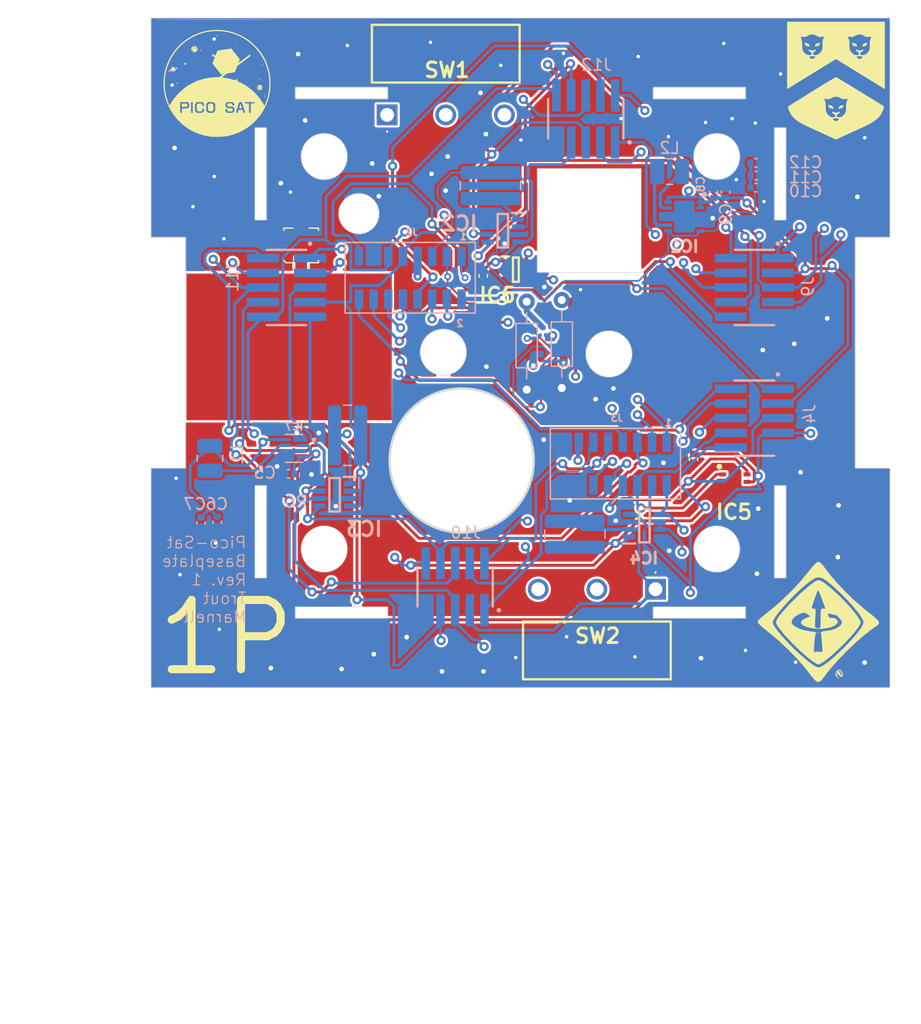
<source format=kicad_pcb>
(kicad_pcb (version 20221018) (generator pcbnew)
  (layers (0 "F.Cu" signal) (1 "In1.Cu" signal) (2 "In2.Cu" signal) (31 "B.Cu" signal) (34 "B.Paste" user) (35 "F.Paste" user) (36 "B.SilkS" user "B.Silkscreen") (37 "F.SilkS" user "F.Silkscreen") (38 "B.Mask" user) (39 "F.Mask" user) (44 "Edge.Cuts" user))
  (net 0 "")
  (net 1 "RF ANTENNA")
  (net 2 "GND")
  (net 3 "Battery +")
  (net 4 "MCU ENABLE 2")
  (net 5 "MCU ENABLE 1")
  (net 6 "VMPPT")
  (net 7 "PWM2(4)")
  (net 8 "1V8 MEASURE")
  (net 9 "3V3 MEASURE")
  (net 10 "MPPT ENABLE ")
  (net 11 "SDA(1)")
  (net 12 "SCL(1)")
  (net 13 "DRV ENABLE 1")
  (net 14 "PWM2(1)")
  (net 15 "PWM1(1)")
  (net 16 "1.8V")
  (net 17 "DRV ENABLE 2")
  (net 18 "PWM1(2)")
  (net 19 "PWM2(3)")
  (net 20 "PWM1(3)")
  (net 21 "DRV ENABLE 4")
  (net 22 "PWM1(4)")
  (net 23 "Net-(IC1-BULX)")
  (net 24 "Net-(IC1-BOLX)")
  (net 25 "3.3V")
  (net 26 "SCL(2)")
  (net 27 "SDA(2) ")
  (net 31 "VBAT+")
  (net 32 "DRV ENABLE 3")
  (net 33 "DRV ENABLE 5")
  (net 34 "PWM1(5)")
  (net 35 "PWM2(5)")
  (net 36 "PWM2(2) ")
  (net 37 "Net-(Q1-D)")
  (net 38 "Net-(Q2-D)")
  (net 41 "Net-(IC7-SW)")
  (footprint "LIB_D2F-L2-A1 (1):D2FL2A1" (layer "F.Cu") (at 108.7 83.48 180)
    (fp_text reference "SW2")
    (fp_text value "SW_SPDT" hide)
  )
  (footprint "" (layer "F.Cu") (at 117.04 62.66)
    (fp_text reference "U1" hide)
    (fp_text value "~" hide)
  )
  (footprint "OPT4048DTSR:SOTFL50P190X60-8N" (layer "F.Cu") (at 96.6 55.8)
    (fp_text reference "IC6")
    (fp_text value "OPT4048DTSR" hide)
  )
  (footprint "LOGO" (layer "F.Cu") (at 70.701223 39.599862)
    (fp_text reference "G***" hide)
    (fp_text value "LOGO" hide)
  )
  (footprint "TMP117MAIDRVR:SON65P200X200X80-7N" (layer "F.Cu") (at 115.58 74.185)
    (fp_text reference "IC5")
    (fp_text value "TMP117MAIDRVR" hide)
  )
  (footprint "LIB_D2F-L2-A1 (1):D2FL2A1" (layer "F.Cu") (at 85.45 42.39)
    (fp_text reference "SW1")
    (fp_text value "SW_SPDT" hide)
  )
  (footprint "Connector_Coaxial:U.FL_Molex_MCRF_73412-0110_Vertical" (layer "F.Cu") (at 78 53.7)
    (fp_text reference "J1" hide)
    (fp_text value "Conn_Coaxial" hide)
  )
  (footprint "Capacitor_SMD:C_0402_1005Metric" (layer "F.Cu") (at 111.99 72.23 90)
    (fp_text reference "C14" hide)
    (fp_text value "0.1uF")
  )
  (footprint "LOGO" (layer "F.Cu") (at 122.83 86.35)
    (fp_text reference "" hide)
    (fp_text value "LOGO" hide)
  )
  (footprint "LOGO" (layer "F.Cu") (at 124.32 39.49)
    (fp_text reference "G***" hide)
    (fp_text value "LOGO" hide)
  )
  (footprint "Capacitor_SMD:C_0402_1005Metric" (layer "F.Cu") (at 93.78 56.33 90)
    (fp_text reference "C13" hide)
    (fp_text value "0.1uF" hide)
  )
  (footprint "PICO TRANSISTOR:antenna" (layer "F.Cu") (at 75.69 62.49)
    (fp_text reference "U2" hide)
    (fp_text value "~")
  )
  (footprint "FLE-108-01-G-DV (1):FLE-108-01-XX-DV" (layer "B.Cu") (at 105.225 72.6 180)
    (fp_text reference "J3")
    (fp_text value "FLE-108-01-XX-DV")
  )
  (footprint "Capacitor_SMD:C_0402_1005Metric" (layer "B.Cu") (at 70.73 77.68 -90)
    (fp_text reference "C6")
    (fp_text value "10uF")
  )
  (footprint "Capacitor_SMD:C_0402_1005Metric" (layer "B.Cu") (at 117.39 46.55)
    (fp_text reference "C12")
    (fp_text value "1uF")
  )
  (footprint "Resistor_SMD:R_1020_2550Metric" (layer "B.Cu") (at 94.4 48.525 90)
    (fp_text reference "R5" hide)
    (fp_text value "20m")
  )
  (footprint "Capacitor_SMD:C_0402_1005Metric" (layer "B.Cu") (at 117.42 47.65)
    (fp_text reference "C11")
    (fp_text value "10uF" hide)
  )
  (footprint "FTSH-105-01-L-DV:SAMTEC_FTSH-105-XX-X-DV" (layer "B.Cu") (at 102.66 42.735 180)
    (fp_text reference "J12")
    (fp_text value "FTSH-105-XX-X-DV")
  )
  (footprint "Capacitor_SMD:C_0402_1005Metric" (layer "B.Cu") (at 69.33 77.74 -90)
    (fp_text reference "C7")
    (fp_text value "1uF" hide)
  )
  (footprint "TPS62840DLCR:SON50P200X150X100-8N" (layer "B.Cu") (at 77.375 71.28 180)
    (fp_text reference "IC7")
    (fp_text value "TPS62840DLCR")
  )
  (footprint "RP604K331A-TR:SON50P270X300X60-13N" (layer "B.Cu") (at 111.2 51.2 180)
    (fp_text reference "IC1")
    (fp_text value "RP604K331A-TR" hide)
  )
  (footprint "Capacitor_SMD:C_0402_1005Metric" (layer "B.Cu") (at 76.92 73.49 180)
    (fp_text reference "C5")
    (fp_text value "4.7uF")
  )
  (footprint "Capacitor_SMD:C_0402_1005Metric" (layer "B.Cu") (at 113.73 49.12 -90)
    (fp_text reference "C8")
    (fp_text value "1uF")
  )
  (footprint "PICO TRANSISTOR:Transistor for baseplate" (layer "B.Cu") (at 98.765 61.578 90)
    (fp_text reference "Q2" hide)
    (fp_text value "2N7002" hide)
  )
  (footprint "FTSH-105-01-L-DV:SAMTEC_FTSH-105-XX-X-DV" (layer "B.Cu") (at 117.265 57.34 -90)
    (fp_text reference "J9")
    (fp_text value "FTSH-105-XX-X-DV")
  )
  (footprint "FTSH-105-01-L-DV:SAMTEC_FTSH-105-XX-X-DV" (layer "B.Cu") (at 76.735 57.34 -90)
    (fp_text reference "J11")
    (fp_text value "FTSH-105-XX-X-DV")
  )
  (footprint "INA236AIDDFR:SOP65P280X110-8N" (layer "B.Cu") (at 95.475 52.425 180)
    (fp_text reference "IC2")
    (fp_text value "INA236AIDDFR" hide)
  )
  (footprint "Resistor_SMD:R_1020_2550Metric" (layer "B.Cu") (at 101.71 78.72 90)
    (fp_text reference "R7" hide)
    (fp_text value "20m")
  )
  (footprint "FTSH-105-01-L-DV:SAMTEC_FTSH-105-XX-X-DV" (layer "B.Cu") (at 117.265 68.66 -90)
    (fp_text reference "J4")
    (fp_text value "FTSH-105-XX-X-DV")
  )
  (footprint "Inductor_SMD:L_1008_2520Metric" (layer "B.Cu") (at 70.1 72.14 90)
    (fp_text reference "L1")
    (fp_text value "2.2uH")
  )
  (footprint "INA236AIDDFR:SOP65P280X110-8N" (layer "B.Cu") (at 80.9 75.3 180)
    (fp_text reference "IC3")
    (fp_text value "INA236AIDDFR" hide)
  )
  (footprint "INA236AIDDFR:SOP65P280X110-8N" (layer "B.Cu") (at 107.74 77.97)
    (fp_text reference "IC4")
    (fp_text value "INA236AIDDFR" hide)
  )
  (footprint "Resistor_SMD:R_1020_2550Metric" (layer "B.Cu") (at 82.025 70.15)
    (fp_text reference "R6")
    (fp_text value "20m")
  )
  (footprint "FTSH-105-01-L-DV:SAMTEC_FTSH-105-XX-X-DV" (layer "B.Cu") (at 91.34 83.265 180)
    (fp_text reference "J10")
    (fp_text value "FTSH-105-XX-X-DV")
  )
  (footprint "Resistor_THT:R_Axial_DIN0204_L3.6mm_D1.6mm_P7.62mm_Horizontal" (layer "B.Cu") (at 97.54 58.57 -90)
    (fp_text reference "R1" hide)
    (fp_text value "R_Small_US" hide)
  )
  (footprint "Inductor_SMD:L_1008_2520Metric" (layer "B.Cu") (at 109.925 47.3 180)
    (fp_text reference "L2")
    (fp_text value "2.2uH")
  )
  (footprint "Resistor_THT:R_Axial_DIN0204_L3.6mm_D1.6mm_P7.62mm_Horizontal" (layer "B.Cu") (at 100.58 58.43 -90)
    (fp_text reference "R2" hide)
    (fp_text value "R_Small_US" hide)
  )
  (footprint "Capacitor_SMD:C_0402_1005Metric" (layer "B.Cu") (at 117.4 48.7)
    (fp_text reference "C10")
    (fp_text value "10uF")
  )
  (footprint "Capacitor_SMD:C_0402_1005Metric" (layer "B.Cu") (at 114.77 49.09 -90)
    (fp_text reference "C9")
    (fp_text value "10uF")
  )
  (footprint "FLE-108-01-G-DV (1):FLE-108-01-XX-DV" (layer "B.Cu") (at 87.45 56.5 180)
    (fp_text reference "J2")
    (fp_text value "FLE-108-01-XX-DV")
  )
  (footprint "PICO TRANSISTOR:Transistor for baseplate" (layer "B.Cu") (at 99.309 62.967 -90)
    (fp_text reference "Q1" hide)
    (fp_text value "2N7002" hide)
  )
  (gr_line (start 75 74.5) (end 75 82.5) (stroke (width 0.05)) (layer "Edge.Cuts"))
  (gr_line (start 116.5 40) (end 116.5 41) (stroke (width 0.05)) (layer "Edge.Cuts"))
  (gr_line (start 119 82.5) (end 119 74.5) (stroke (width 0.05)) (layer "Edge.Cuts"))
  (gr_line (start 74 74.5) (end 75 74.5) (stroke (width 0.05)) (layer "Edge.Cuts"))
  (gr_line (start 126 73) (end 126 53) (stroke (width 0.05)) (layer "Edge.Cuts"))
  (gr_line (start 120 51.5) (end 119 51.5) (stroke (width 0.05)) (layer "Edge.Cuts"))
  (gr_circle (center 114 80) (end 112 80) (stroke (width 0.05)) (fill none) (layer "Edge.Cuts"))
  (gr_line (start 77.5 40) (end 85.5 40) (stroke (width 0.05)) (layer "Edge.Cuts"))
  (gr_line (start 77.5 85) (end 85.5 85) (stroke (width 0.05)) (layer "Edge.Cuts"))
  (gr_line (start 85.5 85) (end 85.5 86) (stroke (width 0.05)) (layer "Edge.Cuts"))
  (gr_line (start 75 82.5) (end 74 82.5) (stroke (width 0.05)) (layer "Edge.Cuts"))
  (gr_line (start 85.5 40) (end 85.5 41) (stroke (width 0.05)) (layer "Edge.Cuts"))
  (gr_line (start 116.5 41) (end 108.5 41) (stroke (width 0.05)) (layer "Edge.Cuts"))
  (gr_line (start 116.5 86) (end 108.5 86) (stroke (width 0.05)) (layer "Edge.Cuts"))
  (gr_line (start 74 82.5) (end 74 74.5) (stroke (width 0.05)) (layer "Edge.Cuts"))
  (gr_line (start 85.5 86) (end 77.5 86) (stroke (width 0.05)) (layer "Edge.Cuts"))
  (gr_line (start 108.5 86) (end 108.5 85) (stroke (width 0.05)) (layer "Edge.Cuts"))
  (gr_circle (center 91.91 72.33) (end 98.16 72.33) (stroke (width 0.2)) (fill none) (layer "Edge.Cuts"))
  (gr_line (start 120 43.5) (end 120 51.5) (stroke (width 0.05)) (layer "Edge.Cuts"))
  (gr_line (start 65 92) (end 129 92) (stroke (width 0.05)) (layer "Edge.Cuts"))
  (gr_circle (center 114 46) (end 114 48) (stroke (width 0.05)) (fill none) (layer "Edge.Cuts"))
  (gr_circle (center 104.66 63.1) (end 106.66 63.1) (stroke (width 0.05)) (fill none) (layer "Edge.Cuts"))
  (gr_line (start 129 53) (end 129 34) (stroke (width 0.05)) (layer "Edge.Cuts"))
  (gr_circle (center 80 46) (end 82 46) (stroke (width 0.05)) (fill none) (layer "Edge.Cuts"))
  (gr_circle (center 90.32 62.95) (end 92.32 62.95) (stroke (width 0.05)) (fill none) (layer "Edge.Cuts"))
  (gr_circle (center 80 80) (end 80 78) (stroke (width 0.05)) (fill none) (layer "Edge.Cuts"))
  (gr_line (start 108.5 41) (end 108.5 40) (stroke (width 0.05)) (layer "Edge.Cuts"))
  (gr_line (start 129 73) (end 129 92) (stroke (width 0.05)) (layer "Edge.Cuts"))
  (gr_line (start 65 53) (end 65 34) (stroke (width 0.05)) (layer "Edge.Cuts"))
  (gr_line (start 68 73) (end 65 73) (stroke (width 0.05)) (layer "Edge.Cuts"))
  (gr_line (start 129 73) (end 126 73) (stroke (width 0.05)) (layer "Edge.Cuts"))
  (gr_line (start 129 34) (end 65 34) (stroke (width 0.05)) (layer "Edge.Cuts"))
  (gr_line (start 74 51.5) (end 74 43.5) (stroke (width 0.05)) (layer "Edge.Cuts"))
  (gr_line (start 74 43.5) (end 75 43.5) (stroke (width 0.05)) (layer "Edge.Cuts"))
  (gr_line (start 108.5 40) (end 116.5 40) (stroke (width 0.05)) (layer "Edge.Cuts"))
  (gr_line (start 85.5 41) (end 77.5 41) (stroke (width 0.05)) (layer "Edge.Cuts"))
  (gr_line (start 75 43.5) (end 75 51.5) (stroke (width 0.05)) (layer "Edge.Cuts"))
  (gr_line (start 120 74.5) (end 120 82.5) (stroke (width 0.05)) (layer "Edge.Cuts"))
  (gr_line (start 77.5 86) (end 77.5 85) (stroke (width 0.05)) (layer "Edge.Cuts"))
  (gr_line (start 65 53) (end 68 53) (stroke (width 0.05)) (layer "Edge.Cuts"))
  (gr_line (start 68 53) (end 68 73) (stroke (width 0.05)) (layer "Edge.Cuts"))
  (gr_line (start 108.5 85) (end 116.5 85) (stroke (width 0.05)) (layer "Edge.Cuts"))
  (gr_line (start 120 82.5) (end 119 82.5) (stroke (width 0.05)) (layer "Edge.Cuts"))
  (gr_line (start 75 51.5) (end 74 51.5) (stroke (width 0.05)) (layer "Edge.Cuts"))
  (gr_line (start 116.5 85) (end 116.5 86) (stroke (width 0.05)) (layer "Edge.Cuts"))
  (gr_rect (start 98.46 47.04) (end 107.46 56.04) (stroke (width 0.05)) (fill none) (layer "Edge.Cuts"))
  (gr_line (start 77.5 41) (end 77.5 40) (stroke (width 0.05)) (layer "Edge.Cuts"))
  (gr_line (start 65 73) (end 65 92) (stroke (width 0.05)) (layer "Edge.Cuts"))
  (gr_line (start 119 43.5) (end 120 43.5) (stroke (width 0.05)) (layer "Edge.Cuts"))
  (gr_line (start 119 51.5) (end 119 43.5) (stroke (width 0.05)) (layer "Edge.Cuts"))
  (gr_line (start 126 53) (end 129 53) (stroke (width 0.05)) (layer "Edge.Cuts"))
  (gr_circle (center 83 50.95) (end 84.75 50.95) (stroke (width 0.05)) (fill none) (layer "Edge.Cuts"))
  (gr_line (start 119 74.5) (end 120 74.5) (stroke (width 0.05)) (layer "Edge.Cuts"))
  (gr_text "Pico-Sat\nBaseplate\nRev. 1\nTrout\nMarnell\n\n\n" (at 73.33 89.68) (layer "B.SilkS") (effects (font (size 1 1) (thickness 0.1)) (justify left bottom mirror)))
  (gr_text "1P" (at 65.19 91.18) (layer "F.SilkS") (effects (font (size 6 6) (thickness 0.7)) (justify left bottom)))
  (segment (start 76.9 57.1019) (end 76.9 62.5) (width 0.2) (layer "F.Cu") (net 1))
  (segment (start 78 55.2) (end 78 56.0019) (width 0.2) (layer "F.Cu") (net 1))
  (segment (start 78 55.2) (end 78 61.45) (width 0.2) (layer "F.Cu") (net 1))
  (segment (start 78 56.0019) (end 76.9 57.1019) (width 0.2) (layer "F.Cu") (net 1))
  (segment (start 78 61.45) (end 76.96 62.49) (width 0.2) (layer "F.Cu") (net 1))
  (segment (start 96.325 55.575) (end 96.325 56.525) (width 0.25) (layer "F.Cu") (net 2))
  (segment (start 105.05 66.09) (end 105.01 66.05) (width 0.25) (layer "F.Cu") (net 2))
  (segment (start 105.09 66.05) (end 105.05 66.09) (width 0.25) (layer "F.Cu") (net 2))
  (segment (start 116.63 74.835) (end 116.63 75.53) (width 0.25) (layer "F.Cu") (net 2))
  (segment (start 95.11 56.81) (end 95.43 56.81) (width 0.25) (layer "F.Cu") (net 2))
  (segment (start 96.325 56.525) (end 96.3 56.55) (width 0.25) (layer "F.Cu") (net 2))
  (segment (start 105.01 66.05) (end 100.58 66.05) (width 0.25) (layer "F.Cu") (net 2))
  (segment (start 115.935 74.835) (end 114.53 74.835) (width 0.25) (layer "F.Cu") (net 2))
  (segment (start 116.23 74.835) (end 116.63 74.835) (width 0.25) (layer "F.Cu") (net 2))
  (segment (start 117.04 62.66) (end 113.65 66.05) (width 0.25) (layer "F.Cu") (net 2))
  (segment (start 115.58 74.185) (end 116.23 74.835) (width 0.25) (layer "F.Cu") (net 2))
  (segment (start 95.43 56.81) (end 95.69 56.55) (width 0.25) (layer "F.Cu") (net 2))
  (segment (start 95.69 55.55) (end 96.3 55.55) (width 0.25) (layer "F.Cu") (net 2))
  (segment (start 113.65 66.05) (end 105.09 66.05) (width 0.25) (layer "F.Cu") (net 2))
  (segment (start 78 52.2) (end 78 50.07) (width 0.25) (layer "F.Cu") (net 2))
  (segment (start 117.6 76.5) (end 115.935 74.835) (width 0.25) (layer "F.Cu") (net 2))
  (segment (start 96.3 56.55) (end 95.69 56.55) (width 0.25) (layer "F.Cu") (net 2))
  (segment (start 79.475 53.7) (end 79.475 53.675) (width 0.25) (layer "F.Cu") (net 2))
  (segment (start 93.78 56.81) (end 95.11 56.81) (width 0.25) (layer "F.Cu") (net 2))
  (segment (start 114.53 74.185) (end 114.53 74.835) (width 0.25) (layer "F.Cu") (net 2))
  (segment (start 79.475 53.675) (end 78 52.2) (width 0.25) (layer "F.Cu") (net 2))
  (segment (start 95.395 57.095) (end 98.865 57.095) (width 0.25) (layer "F.Cu") (net 2))
  (segment (start 116.63 75.53) (end 117.6 76.5) (width 0.25) (layer "F.Cu") (net 2))
  (segment (start 76.525 53.675) (end 78 52.2) (width 0.25) (layer "F.Cu") (net 2))
  (segment (start 76.525 53.7) (end 76.525 53.675) (width 0.25) (layer "F.Cu") (net 2))
  (segment (start 114.53 74.185) (end 115.58 74.185) (width 0.25) (layer "F.Cu") (net 2))
  (segment (start 78 50.07) (end 76.24 48.31) (width 0.25) (layer "F.Cu") (net 2))
  (segment (start 98.865 57.095) (end 99.07 57.3) (width 0.25) (layer "F.Cu") (net 2))
  (segment (start 96.3 55.55) (end 96.325 55.575) (width 0.25) (layer "F.Cu") (net 2))
  (segment (start 95.11 56.81) (end 95.395 57.095) (width 0.25) (layer "F.Cu") (net 2))
  (via (at 67.04 45.25) (size 0.8) (drill 0.4) (layers "F.Cu" "B.Cu") (net 2))
  (via (at 93.8 90.6) (size 0.8) (drill 0.4) (layers "F.Cu" "B.Cu") (net 2))
  (via (at 89.21 36.11) (size 0.6) (drill 0.3) (layers "F.Cu" "B.Cu") (net 2))
  (via (at 93.534649 40.484649) (size 0.8) (drill 0.4) (layers "F.Cu" "B.Cu") (net 2))
  (via (at 95.6277 53.5477) (size 0.8) (drill 0.4) (layers "F.Cu" "B.Cu") (net 2))
  (via (at 70.47 35.82) (size 0.6) (drill 0.3) (layers "F.Cu" "B.Cu") (net 2))
  (via (at 90.5145 48.95) (size 0.8) (drill 0.4) (layers "F.Cu" "B.Cu") (net 2))
  (via (at 89.3 47.5) (size 0.8) (drill 0.4) (layers "F.Cu" "B.Cu") (net 2))
  (via (at 105.249977 77.5455) (size 0.8) (drill 0.4) (layers "F.Cu" "B.Cu") (net 2))
  (via (at 66.83 39.81) (size 0.6) (drill 0.3) (layers "F.Cu" "B.Cu") (net 2))
  (via (at 84.16 46.6) (size 0.8) (drill 0.4) (layers "F.Cu" "B.Cu") (net 2))
  (via (at 109.82 44.28) (size 0.6) (drill 0.3) (layers "F.Cu" "B.Cu") (net 2))
  (via (at 126.81 89.83) (size 0.8) (drill 0.4) (layers "F.Cu" "B.Cu") (net 2))
  (via (at 95.3 38.1) (size 0.6) (drill 0.3) (layers "F.Cu" "B.Cu") (net 2))
  (via (at 113.03 43.05) (size 0.6) (drill 0.3) (layers "F.Cu" "B.Cu") (net 2))
  (via (at 78.900353 73.539647) (size 0.8) (drill 0.4) (layers "F.Cu" "B.Cu") (net 2))
  (via (at 84.3 89.11) (size 0.8) (drill 0.4) (layers "F.Cu" "B.Cu") (net 2))
  (via (at 120.72 62.22) (size 0.8) (drill 0.4) (layers "F.Cu" "B.Cu") (net 2))
  (via (at 81.01 76.29) (size 0.8) (drill 0.4) (layers "F.Cu" "B.Cu") (net 2))
  (via (at 78.35 42.87) (size 0.8) (drill 0.4) (layers "F.Cu" "B.Cu") (net 2))
  (via (at 101.27 75.79) (size 0.8) (drill 0.4) (layers "F.Cu" "B.Cu") (net 2))
  (via (at 114.61 36.2) (size 0.6) (drill 0.3) (layers "F.Cu" "B.Cu") (net 2))
  (via (at 117.6 76.5) (size 0.8) (drill 0.4) (layers "F.Cu" "B.Cu") (net 2))
  (via (at 112.64 89.45) (size 0.8) (drill 0.4) (layers "F.Cu" "B.Cu") (net 2))
  (via (at 77.74 37.12) (size 0.8) (drill 0.4) (layers "F.Cu" "B.Cu") (net 2))
  (via (at 70.91 86.96) (size 0.6) (drill 0.3) (layers "F.Cu" "B.Cu") (net 2))
  (via (at 109.887299 80.142701) (size 0.8) (drill 0.4) (layers "F.Cu" "B.Cu") (net 2))
  (via (at 117.49 82.14) (size 0.8) (drill 0.4) (layers "F.Cu" "B.Cu") (net 2))
  (via (at 101 87.6) (size 0.6) (drill 0.3) (layers "F.Cu" "B.Cu") (net 2))
  (via (at 100.72 37.06) (size 0.6) (drill 0.3) (layers "F.Cu" "B.Cu") (net 2))
  (via (at 102.2 57.53) (size 0.6) (drill 0.3) (layers "F.Cu" "B.Cu") (net 2))
  (via (at 99.01 70.53) (size 0.8) (drill 0.4) (layers "F.Cu" "B.Cu") (net 2))
  (via (at 120.84 89.8) (size 0.6) (drill 0.3) (layers "F.Cu" "B.Cu") (net 2))
  (via (at 97.04 44.57) (size 0.6) (drill 0.3) (layers "F.Cu" "B.Cu") (net 2))
  (via (at 94.01 44.06) (size 0.8) (drill 0.4) (layers "F.Cu" "B.Cu") (net 2))
  (via (at 96.59 89.4) (size 0.6) (drill 0.3) (layers "F.Cu" "B.Cu") (net 2))
  (via (at 87.14 87.63) (size 0.8) (drill 0.4) (layers "F.Cu" "B.Cu") (net 2))
  (via (at 81.5 90.39) (size 0.8) (drill 0.4) (layers "F.Cu" "B.Cu") (net 2))
  (via (at 118.1 49.9) (size 0.6) (drill 0.3) (layers "F.Cu" "B.Cu") (net 2))
  (via (at 84.73 49.44) (size 0.8) (drill 0.4) (layers "F.Cu" "B.Cu") (net 2))
  (via (at 77.08 49.08) (size 0.6) (drill 0.3) (layers "F.Cu" "B.Cu") (net 2))
  (via (at 123.57 60.02) (size 0.8) (drill 0.4) (layers "F.Cu" "B.Cu") (net 2))
  (via (at 68.63 50.34) (size 0.6) (drill 0.3) (layers "F.Cu" "B.Cu") (net 2))
  (via (at 82.01 36.38) (size 0.6) (drill 0.3) (layers "F.Cu" "B.Cu") (net 2))
  (via (at 106.92 89.34) (size 0.6) (drill 0.3) (layers "F.Cu" "B.Cu") (net 2))
  (via (at 117.35 43.1) (size 0.6) (drill 0.3) (layers "F.Cu" "B.Cu") (net 2))
  (via (at 109.39 72.53) (size 0.8) (drill 0.4) (layers "F.Cu" "B.Cu") (net 2))
  (via (at 90.7 46) (size 0.8) (drill 0.4) (layers "F.Cu" "B.Cu") (net 2))
  (via (at 119.53 38.85) (size 0.6) (drill 0.3) (layers "F.Cu" "B.Cu") (net 2))
  (via (at 67.17 73.87) (size 0.6) (drill 0.3) (layers "F.Cu" "B.Cu") (net 2))
  (via (at 124.56 76.22) (size 0.8) (drill 0.4) (layers "F.Cu" "B.Cu") (net 2))
  (via (at 115.34 42.72) (size 0.6) (drill 0.3) (layers "F.Cu" "B.Cu") (net 2))
  (via (at 107.2 37.34) (size 0.6) (drill 0.3) (layers "F.Cu" "B.Cu") (net 2))
  (via (at 76.24 48.31) (size 0.8) (drill 0.4) (layers "F.Cu" "B.Cu") (net 2))
  (via (at 126.19 49.49) (size 0.8) (drill 0.4) (layers "F.Cu" "B.Cu") (net 2))
  (via (at 124.5 80.7) (size 0.8) (drill 0.4) (layers "F.Cu" "B.Cu") (net 2))
  (via (at 94.05 64.2) (size 0.8) (drill 0.4) (layers "F.Cu" "B.Cu") (net 2))
  (via (at 121.26 73.35) (size 0.8) (drill 0.4) (layers "F.Cu" "B.Cu") (net 2))
  (via (at 126.83 44.37) (size 0.6) (drill 0.3) (layers "F.Cu" "B.Cu") (net 2))
  (via (at 113.65 51.34) (size 0.8) (drill 0.4) (layers "F.Cu" "B.Cu") (net 2))
  (via (at 105.71 42.71) (size 0.6) (drill 0.3) (layers "F.Cu" "B.Cu") (net 2))
  (via (at 105.05 66.09) (size 0.8) (drill 0.4) (layers "F.Cu" "B.Cu") (net 2))
  (via (at 70.48 47.73) (size 0.6) (drill 0.3) (layers "F.Cu" "B.Cu") (net 2))
  (via (at 117.99 62.76) (size 0.8) (drill 0.4) (layers "F.Cu" "B.Cu") (net 2))
  (via (at 75.38 90.32) (size 0.8) (drill 0.4) (layers "F.Cu" "B.Cu") (net 2))
  (via (at 77.63 69.9345) (size 0.8) (drill 0.4) (layers "F.Cu" "B.Cu") (net 2))
  (via (at 70.57 79.48) (size 0.6) (drill 0.3) (layers "F.Cu" "B.Cu") (net 2))
  (via (at 90.2 90.6) (size 0.8) (drill 0.4) (layers "F.Cu" "B.Cu") (net 2))
  (via (at 75.92 72.84) (size 0.8) (drill 0.4) (layers "F.Cu" "B.Cu") (net 2))
  (via (at 103.51 67.02) (size 0.8) (drill 0.4) (layers "F.Cu" "B.Cu") (net 2))
  (via (at 67.51 82.22) (size 0.6) (drill 0.3) (layers "F.Cu" "B.Cu") (net 2))
  (via (at 99.07 57.3) (size 0.8) (drill 0.4) (layers "F.Cu" "B.Cu") (net 2))
  (via (at 79.53 69.94) (size 0.8) (drill 0.4) (layers "F.Cu" "B.Cu") (net 2))
  (via (at 116.49 88.78) (size 0.6) (drill 0.3) (layers "F.Cu" "B.Cu") (net 2))
  (via (at 71.31 53.12) (size 0.6) (drill 0.3) (layers "F.Cu" "B.Cu") (net 2))
  (via (at 115.7 48) (size 0.6) (drill 0.3) (layers "F.Cu" "B.Cu") (net 2))
  (segment (start 112.6 51.45) (end 111.45 51.45) (width 0.25) (layer "B.Cu") (net 2))
  (segment (start 109.8 50.95) (end 110.95 50.95) (width 0.25) (layer "B.Cu") (net 2))
  (segment (start 81.45 75.625) (end 81.01 76.065) (width 0.25) (layer "B.Cu") (net 2))
  (segment (start 119.3 71.2) (end 119.3 71.39) (width 0.25) (layer "B.Cu") (net 2))
  (segment (start 112.6 50.95) (end 111.45 50.95) (width 0.25) (layer "B.Cu") (net 2))
  (segment (start 110.4269 50.95) (end 110.6769 51.2) (width 0.2) (layer "B.Cu") (net 2))
  (segment (start 109.887299 79.767299) (end 109.065 78.945) (width 0.25) (layer "B.Cu") (net 2))
  (segment (start 77.37 71.53) (end 77.19 71.53) (width 0.25) (layer "B.Cu") (net 2))
  (segment (start 95.6277 53.1473) (end 95.6277 53.5477) (width 0.25) (layer "B.Cu") (net 2))
  (segment (start 109.8 51.45) (end 110.4269 51.45) (width 0.2) (layer "B.Cu") (net 2))
  (segment (start 78.06 70.53) (end 78.06 70.3645) (width 0.25) (layer "B.Cu") (net 2))
  (segment (start 78.77 69.18) (end 78.77 59.88) (width 0.25) (layer "B.Cu") (net 2))
  (segment (start 115.7 48) (end 115.38 48) (width 0.2) (layer "B.Cu") (net 2))
  (segment (start 90.363164 49.101337) (end 92.711827 51.45) (width 0.25) (layer "B.Cu") (net 2))
  (segment (start 119.3 71.39) (end 121.26 73.35) (width 0.25) (layer "B.Cu") (net 2))
  (segment (start 111.2 51.2) (end 111.7231 51.2) (width 0.2) (layer "B.Cu") (net 2))
  (segment (start 78.06 70.3645) (end 77.63 69.9345) (width 0.25) (layer "B.Cu") (net 2))
  (segment (start 79.575 74.214294) (end 78.900353 73.539647) (width 0.25) (layer "B.Cu") (net 2))
  (segment (start 117.87 47.62) (end 117.9 47.65) (width 0.25) (layer "B.Cu") (net 2))
  (segment (start 78.06 71.53) (end 77.37 71.53) (width 0.25) (layer "B.Cu") (net 2))
  (segment (start 111.45 50.95) (end 111.2 51.2) (width 0.25) (layer "B.Cu") (net 2))
  (segment (start 76.69 72.03) (end 76.69 71.53) (width 0.25) (layer "B.Cu") (net 2))
  (segment (start 113.65 51.34) (end 112.71 51.34) (width 0.25) (layer "B.Cu") (net 2))
  (segment (start 110.4269 51.1581) (end 110.4269 51.45) (width 0.2) (layer "B.Cu") (net 2))
  (segment (start 96.8 52.75) (end 96.025 52.75) (width 0.25) (layer "B.Cu") (net 2))
  (segment (start 112.71 51.34) (end 112.6 51.45) (width 0.25) (layer "B.Cu") (net 2))
  (segment (start 79.53 69.94) (end 78.77 69.18) (width 0.25) (layer "B.Cu") (net 2))
  (segment (start 94.15 51.45) (end 94.15 52.1) (width 0.25) (layer "B.Cu") (net 2))
  (segment (start 77.63 69.9345) (end 76.9445 69.9345) (width 0.25) (layer "B.Cu") (net 2))
  (segment (start 79.575 74.325) (end 79.575 74.214294) (width 0.25) (layer "B.Cu") (net 2))
  (segment (start 110.6769 51.2) (end 111.2 51.2) (width 0.2) (layer "B.Cu") (net 2))
  (segment (start 75.92 72.8) (end 76.69 72.03) (width 0.25) (layer "B.Cu") (net 2))
  (segment (start 82.225 75.625) (end 81.45 75.625) (width 0.25) (layer "B.Cu") (net 2))
  (segment (start 110.95 50.95) (end 111.2 51.2) (width 0.25) (layer "B.Cu") (net 2))
  (segment (start 75.92 72.84) (end 75.92 72.8) (width 0.25) (layer "B.Cu") (net 2))
  (segment (start 90.5145 48.95) (end 90.363164 49.101337) (width 0.25) (layer "B.Cu") (net 2))
  (segment (start 109.887299 80.142701) (end 109.887299 79.767299) (width 0.25) (layer "B.Cu") (net 2))
  (segment (start 81.01 76.065) (end 81.01 76.29) (width 0.25) (layer "B.Cu") (net 2))
  (segment (start 111.7231 51.2) (end 111.9731 51.45) (width 0.2) (layer "B.Cu") (net 2))
  (segment (start 77.19 71.53) (end 76.69 72.03) (width 0.25) (layer "B.Cu") (net 2))
  (segment (start 106.415 77.645) (end 105.349477 77.645) (width 0.25) (layer "B.Cu") (net 2))
  (segment (start 111.45 51.45) (end 111.2 51.2) (width 0.25) (layer "B.Cu") (net 2))
  (segment (start 111.9731 51.95) (end 111.9731 51.6055) (width 0.2) (layer "B.Cu") (net 2))
  (segment (start 113.76 48.61) (end 113.73 48.64) (width 0.25) (layer "B.Cu") (net 2))
  (segment (start 96.025 52.75) (end 95.6277 53.1473) (width 0.25) (layer "B.Cu") (net 2))
  (segment (start 77.37 71.53) (end 76.69 71.53) (width 0.25) (layer "B.Cu") (net 2))
  (segment (start 105.349477 77.645) (end 105.249977 77.5455) (width 0.25) (layer "B.Cu") (net 2))
  (segment (start 111.9731 51.2945) (end 111.9731 50.95) (width 0.2) (layer "B.Cu") (net 2))
  (segment (start 115.38 48) (end 114.77 48.61) (width 0.2) (layer "B.Cu") (net 2))
  (segment (start 84.275 54.0884) (end 84.275 54.6585) (width 0.2) (layer "B.Cu") (net 2))
  (segment (start 76.9445 69.9345) (end 76.66 69.65) (width 0.25) (layer "B.Cu") (net 2))
  (segment (start 112.6 51.95) (end 111.9731 51.95) (width 0.2) (layer "B.Cu") (net 2))
  (segment (start 92.711827 51.45) (end 94.15 51.45) (width 0.25) (layer "B.Cu") (net 2))
  (segment (start 114.77 48.61) (end 113.76 48.61) (width 0.25) (layer "B.Cu") (net 2))
  (segment (start 123.719502 55.710498) (end 121.66 55.710498) (width 0.25) (layer "F.Cu") (net 3))
  (segment (start 77.695 73.3405) (end 77.695 77.530305) (width 0.25) (layer "F.Cu") (net 3))
  (segment (start 79.2755 71.76) (end 77.695 73.3405) (width 0.25) (layer "F.Cu") (net 3))
  (segment (start 106.055 86.125) (end 108.7 83.48) (width 0.25) (layer "F.Cu") (net 3))
  (segment (start 77.375 86.051777) (end 77.448223 86.125) (width 0.25) (layer "F.Cu") (net 3))
  (segment (start 77.695 77.530305) (end 77.375 77.850305) (width 0.25) (layer "F.Cu") (net 3))
  (segment (start 77.448223 86.125) (end 106.055 86.125) (width 0.25) (layer "F.Cu") (net 3))
  (segment (start 77.375 77.850305) (end 77.375 86.051777) (width 0.25) (layer "F.Cu") (net 3))
  (segment (start 116.6255 50.03) (end 121.66 55.0645) (width 0.25) (layer "F.Cu") (net 3))
  (segment (start 123.99 55.44) (end 123.719502 55.710498) (width 0.25) (layer "F.Cu") (net 3))
  (segment (start 121.66 55.0645) (end 121.66 55.710498) (width 0.25) (layer "F.Cu") (net 3))
  (via (at 107.45 45.61) (size 0.8) (drill 0.4) (layers "F.Cu" "B.Cu") (net 3))
  (via (at 95.405 58.285) (size 0.8) (drill 0.4) (layers "F.Cu" "B.Cu") (net 3))
  (via (at 101.981116 72.3255) (size 0.8) (drill 0.4) (layers "F.Cu" "B.Cu") (net 3))
  (via (at 81.37 55.17) (size 0.8) (drill 0.4) (layers "F.Cu" "B.Cu") (net 3))
  (via (at 121.66 55.710498) (size 0.8) (drill 0.4) (layers "F.Cu" "B.Cu") (net 3))
  (via (at 79.2755 71.76) (size 0.8) (drill 0.4) (layers "F.Cu" "B.Cu") (net 3))
  (via (at 123.99 55.44) (size 0.8) (drill 0.4) (layers "F.Cu" "B.Cu") (net 3))
  (via (at 98.117719 64.092191) (size 0.8) (drill 0.4) (layers "F.Cu" "B.Cu") (net 3))
  (via (at 116.6255 50.03) (size 0.8) (drill 0.4) (layers "F.Cu" "B.Cu") (net 3))
  (via (at 99.7905 61.506612) (size 0.8) (drill 0.4) (layers "F.Cu" "B.Cu") (net 3))
  (via (at 111.582771 48.9737) (size 0.8) (drill 0.4) (layers "F.Cu" "B.Cu") (net 3))
  (segment (start 98.117719 64.092191) (end 98.117719 63.302281) (width 0.7) (layer "B.Cu") (net 3))
  (segment (start 92.61 86.325) (end 93.305 87.02) (width 0.25) (layer "B.Cu") (net 3))
  (segment (start 104.625 46.49) (end 103.93 45.795) (width 0.25) (layer "B.Cu") (net 3))
  (segment (start 101.981116 70.827384) (end 102.05 70.7585) (width 0.4) (layer "B.Cu") (net 3))
  (segment (start 78.77 56.07) (end 80.47 56.07) (width 0.25) (layer "B.Cu") (net 3))
  (segment (start 78.06 72.03) (end 78.579875 72.03) (width 0.25) (layer "B.Cu") (net 3))
  (segment (start 77.4 72.69) (end 78.06 72.03) (width 0.25) (layer "B.Cu") (net 3))
  (segment (start 107.165 78.295) (end 107.265 78.395) (width 0.3) (layer "B.Cu") (net 3))
  (segment (start 111.41 49.5) (end 111.41 49.146471) (width 0.25) (layer "B.Cu") (net 3))
  (segment (start 106.57 46.49) (end 107.45 45.61) (width 0.25) (layer "B.Cu") (net 3))
  (segment (start 112.6 49.55) (end 112.6 49.95) (width 0.25) (layer "B.Cu") (net 3))
  (segment (start 104.625 46.49) (end 106.57 46.49) (width 0.25) (layer "B.Cu") (net 3))
  (segment (start 78.815 71.265125) (end 78.579875 71.03) (width 0.25) (layer "B.Cu") (net 3))
  (segment (start 78.579875 71.03) (end 78.06 71.03) (width 0.25) (layer "B.Cu") (net 3))
  (segment (start 109.85 49.5) (end 111.41 49.5) (width 0.25) (layer "B.Cu") (net 3))
  (segment (start 107.45 84.73) (end 108.7 83.48) (width 0.25) (layer "B.Cu") (net 3))
  (segment (start 102.41 78.295) (end 106.415 78.295) (width 0.3) (layer "B.Cu") (net 3))
  (segment (start 99.9 87.02) (end 102.19 84.73) (width 0.25) (layer "B.Cu") (net 3))
  (segment (start 111.41 49.5) (end 112.55 49.5) (width 0.25) (layer "B.Cu") (net 3))
  (segment (start 79.240625 71.794875) (end 79.2755 71.76) (width 0.25) (layer "B.Cu") (net 3))
  (segment (start 106.415 78.295) (end 107.165 78.295) (width 0.3) (layer "B.Cu") (net 3))
  (segment (start 120.325 67.39) (end 119.3 67.39) (width 0.25) (layer "B.Cu") (net 3))
  (segment (start 93.305 87.02) (end 99.9 87.02) (width 0.25) (layer "B.Cu") (net 3))
  (segment (start 78.815 71.794875) (end 78.815 71.265125) (width 0.25) (layer "B.Cu") (net 3))
  (segment (start 113.76 49.57) (end 113.73 49.6) (width 0.25) (layer "B.Cu") (net 3))
  (segment (start 95.3485 58.3415) (end 95.405 58.285) (width 0.4) (layer "B.Cu") (net 3))
  (segment (start 101.981116 72.3255) (end 101.981116 70.827384) (width 0.4) (layer "B.Cu") (net 3))
  (segment (start 103.93 45.795) (end 103.93 44.77) (width 0.25) (layer "B.Cu") (net 3))
  (segment (start 121.66 55.710498) (end 121.300498 56.07) (width 0.25) (layer "B.Cu") (net 3))
  (segment (start 102.19 84.73) (end 107.45 84.73) (width 0.25) (layer "B.Cu") (net 3))
  (segment (start 109.8 49.55) (end 109.85 49.5) (width 0.25) (layer "B.Cu") (net 3))
  (segment (start 101.71 77.595) (end 102.41 78.295) (width 0.3) (layer "B.Cu") (net 3))
  (segment (start 112.55 49.5) (end 112.6 49.55) (width 0.25) (layer "B.Cu") (net 3))
  (segment (start 119.3 56.07) (end 121.300498 56.07) (width 0.25) (layer "B.Cu") (net 3))
  (segment (start 114.77 49.57) (end 113.76 49.57) (width 0.25) (layer "B.Cu") (net 3))
  (segment (start 125.37 56.82) (end 125.37 62.345) (width 0.25) (layer "B.Cu") (net 3))
  (segment (start 91.895 58.3415) (end 95.3485 58.3415) (width 0.4) (layer "B.Cu") (net 3))
  (segment (start 91.895 58.3415) (end 92.0365 58.2) (width 0.25) (layer "B.Cu") (net 3))
  (segment (start 123.99 55.44) (end 125.37 56.82) (width 0.25) (layer "B.Cu") (net 3))
  (segment (start 108.7 83.48) (end 107.265 82.045) (width 0.25) (layer "B.Cu") (net 3))
  (segment (start 113.38 49.95) (end 113.73 49.6) (width 0.3) (layer "B.Cu") (net 3))
  (segment (start 111.41 49.146471) (end 111.582771 48.9737) (width 0.25) (layer "B.Cu") (net 3))
  (segment (start 109.8 49.95) (end 109.8 49.55) (width 0.25) (layer "B.Cu") (net 3))
  (segment (start 112.6 49.95) (end 113.38 49.95) (width 0.3) (layer "B.Cu") (net 3))
  (segment (start 77.4 73.49) (end 77.4 72.69) (width 0.25) (layer "B.Cu") (net 3))
  (segment (start 125.37 62.345) (end 120.325 67.39) (width 0.25) (layer "B.Cu") (net 3))
  (segment (start 107.265 82.045) (end 107.265 78.395) (width 0.25) (layer "B.Cu") (net 3))
  (segment (start 112.6 50.45) (end 112.6 49.95) (width 0.3) (layer "B.Cu") (net 3))
  (segment (start 98.117719 63.302281) (end 98.24 63.18) (width 0.7) (layer "B.Cu") (net 3))
  (segment (start 80.47 56.07) (end 81.37 55.17) (width 0.25) (layer "B.Cu") (net 3))
  (segment (start 92.61 85.3) (end 92.61 86.325) (width 0.25) (layer "B.Cu") (net 3))
  (segment (start 114.77 49.57) (end 116.1655 49.57) (width 0.25) (layer "B.Cu") (net 3))
  (segment (start 78.579875 72.03) (end 78.815 71.794875) (width 0.25) (layer "B.Cu") (net 3))
  (segment (start 102.05 72.256616) (end 101.981116 72.3255) (width 0.25) (layer "B.Cu") (net 3))
  (segment (start 116.1655 49.57) (end 116.6255 50.03) (width 0.25) (layer "B.Cu") (net 3))
  (segment (start 95.32 58.2) (end 95.405 58.285) (width 0.25) (layer "B.Cu") (net 3))
  (segment (start 78.815 71.794875) (end 79.240625 71.794875) (width 0.25) (layer "B.Cu") (net 3))
  (via (at 92.2 56.5) (size 0.6) (drill 0.3) (layers "F.Cu" "B.Cu") (net 4))
  (via (at 97.58 61.75) (size 0.6) (drill 0.3) (layers "F.Cu" "B.Cu") (net 4))
  (segment (start 98.479 61.75) (end 98.694 61.535) (width 0.3) (layer "B.Cu") (net 4))
  (segment (start 91.895 56.195) (end 91.895 54.6585) (width 0.15) (layer "B.Cu") (net 4))
  (segment (start 92.2 56.5) (end 91.895 56.195) (width 0.15) (layer "B.Cu") (net 4))
  (segment (start 98.694 61.535) (end 98.694 61.464) (width 0.3) (layer "B.Cu") (net 4))
  (segment (start 97.58 61.75) (end 98.479 61.75) (width 0.3) (layer "B.Cu") (net 4))
  (segment (start 100 63) (end 98.78 64.22) (width 0.15) (layer "F.Cu") (net 5))
  (segment (start 90.7 57.06) (end 92.345 58.705) (width 0.15) (layer "F.Cu") (net 5))
  (segment (start 98.78 64.22) (end 98.78 67.6755) (width 0.15) (layer "F.Cu") (net 5))
  (segment (start 90.7 56.4) (end 90.7 57.06) (width 0.15) (layer "F.Cu") (net 5))
  (segment (start 92.345 58.705) (end 93.000686 58.705) (width 0.15) (layer "F.Cu") (net 5))
  (segment (start 93.595686 59.3) (end 96.3 59.3) (width 0.15) (layer "F.Cu") (net 5))
  (segment (start 93.000686 58.705) (end 93.595686 59.3) (width 0.15) (layer "F.Cu") (net 5))
  (segment (start 96.3 59.3) (end 100 63) (width 0.15) (layer "F.Cu") (net 5))
  (via (at 90.7 56.4) (size 0.6) (drill 0.3) (layers "F.Cu" "B.Cu") (net 5))
  (via (at 98.72 67.67) (size 0.8) (drill 0.4) (layers "F.Cu" "B.Cu") (net 5))
  (segment (start 90.625 54.6585) (end 90.625 56.325) (width 0.15) (layer "B.Cu") (net 5))
  (segment (start 98.953 62.45) (end 98.0591 62.45) (width 0.15) (layer "B.Cu") (net 5))
  (segment (start 99.309 62.806) (end 98.953 62.45) (width 0.15) (layer "B.Cu") (net 5))
  (segment (start 96.38 64.1291) (end 96.38 66.65) (width 0.15) (layer "B.Cu") (net 5))
  (segment (start 97.4055 67.6755) (end 98.7145 67.6755) (width 0.15) (layer "B.Cu") (net 5))
  (segment (start 96.38 66.65) (end 97.4055 67.6755) (width 0.15) (layer "B.Cu") (net 5))
  (segment (start 90.625 56.325) (end 90.7 56.4) (width 0.15) (layer "B.Cu") (net 5))
  (segment (start 99.309 63.081) (end 99.309 62.806) (width 0.15) (layer "B.Cu") (net 5))
  (segment (start 98.0591 62.45) (end 96.38 64.1291) (width 0.15) (layer "B.Cu") (net 5))
  (segment (start 107.19 77.55) (end 105.23 79.51) (width 0.25) (layer "F.Cu") (net 6))
  (segment (start 105.39 60.17) (end 103.41 60.17) (width 0.25) (layer "F.Cu") (net 6))
  (segment (start 101.778667 61.801333) (end 101.778667 65.039381) (width 0.25) (layer "F.Cu") (net 6))
  (segment (start 108.71 55.1) (end 107.805 56.005) (width 0.25) (layer "F.Cu") (net 6))
  (segment (start 103.33 81.41) (end 105.23 79.51) (width 0.25) (layer "F.Cu") (net 6))
  (segment (start 103.41 60.17) (end 101.778667 61.801333) (width 0.25) (layer "F.Cu") (net 6))
  (segment (start 109.98 55.1) (end 108.71 55.1) (width 0.25) (layer "F.Cu") (net 6))
  (segment (start 107.805 56.005) (end 107.805 57.755) (width 0.25) (layer "F.Cu") (net 6))
  (segment (start 107.805 57.755) (end 105.39 60.17) (width 0.25) (layer "F.Cu") (net 6))
  (segment (start 111.81 77.55) (end 107.19 77.55) (width 0.25) (layer "F.Cu") (net 6))
  (segment (start 87.49 81.41) (end 103.33 81.41) (width 0.25) (layer "F.Cu") (net 6))
  (segment (start 113.03 76.33) (end 111.81 77.55) (width 0.25) (layer "F.Cu") (net 6))
  (via (at 99.36 38.03) (size 0.8) (drill 0.4) (layers "F.Cu" "B.Cu") (net 6))
  (via (at 73.94 70.01) (size 0.8) (drill 0.4) (layers "F.Cu" "B.Cu") (net 6))
  (via (at 113.03 76.33) (size 0.8) (drill 0.4) (layers "F.Cu" "B.Cu") (net 6))
  (via (at 86.11 80.72) (size 0.8) (drill 0.4) (layers "F.Cu" "B.Cu") (net 6))
  (via (at 101.778667 65.039381) (size 0.8) (drill 0.4) (layers "F.Cu" "B.Cu") (net 6))
  (via (at 86.99 52.5345) (size 0.8) (drill 0.4) (layers "F.Cu" "B.Cu") (net 6))
  (via (at 87.49 81.41) (size 0.8) (drill 0.4) (layers "F.Cu" "B.Cu") (net 6))
  (via (at 105.23 79.51) (size 0.8) (drill 0.4) (layers "F.Cu" "B.Cu") (net 6))
  (via (at 109.98 55.1) (size 0.8) (drill 0.4) (layers "F.Cu" "B.Cu") (net 6))
  (segment (start 80.15 53.21) (end 80.51 53.57) (width 0.25) (layer "B.Cu") (net 6))
  (segment (start 100.12 38.79) (end 100.12 40.7) (width 0.25) (layer "B.Cu") (net 6))
  (segment (start 75.845 59.88) (end 76.42 59.305) (width 0.25) (layer "B.Cu") (net 6))
  (segment (start 86.99 52.5345) (end 85.545 53.9795) (width 0.25) (layer "B.Cu") (net 6))
  (segment (start 112.704695 76.33) (end 110.808805 74.43411) (width 0.25) (layer "B.Cu") (net 6))
  (segment (start 102.045 79.51) (end 101.71 79.845) (width 0.25) (layer "B.Cu") (net 6))
  (segment (start 113.03 76.33) (end 112.704695 76.33) (width 0.25) (layer "B.Cu") (net 6))
  (segment (start 100.12 40.7) (end 99.54 40.12) (width 0.25) (layer "B.Cu") (net 6))
  (segment (start 86.8 81.41) (end 86.11 80.72) (width 0.25) (layer "B.Cu") (net 6))
  (segment (start 106.415 78.945) (end 105.85 79.51) (width 0.25) (layer "B.Cu") (net 6))
  (segment (start 80.15 49.46) (end 80.15 53.21) (width 0.25) (layer "B.Cu") (net 6))
  (segment (start 76.42 59.305) (end 76.42 54.735) (width 0.25) (layer "B.Cu") (net 6))
  (segment (start 81.89 47.72) (end 80.15 49.46) (width 0.25) (layer "B.Cu") (net 6))
  (segment (start 99.36 38.03) (end 100.12 38.79) (width 0.25) (layer "B.Cu") (net 6))
  (segment (start 87.67 81.23) (end 87.49 81.41) (width 0.25) (layer "B.Cu") (net 6))
  (segment (start 73.94 70.01) (end 73.41 69.48) (width 0.25) (layer "B.Cu") (net 6))
  (segment (start 110.808805 74.43411) (end 110.808805 73.591195) (width 0.25) (layer "B.Cu") (net 6))
  (segment (start 85.545 53.9795) (end 85.545 54.6585) (width 0.25) (layer "B.Cu") (net 6))
  (segment (start 80.934695 53.57) (end 81.209695 53.295) (width 0.25) (layer "B.Cu") (net 6))
  (segment (start 73.41 61.17) (end 74.7 59.88) (width 0.25) (layer "B.Cu") (net 6))
  (segment (start 88.8 81.23) (end 87.67 81.23) (width 0.25) (layer "B.Cu") (net 6))
  (segment (start 82.3117 55.8217) (end 85.1983 55.8217) (width 0.25) (layer "B.Cu") (net 6))
  (segment (start 99.54 40.12) (end 94.923897 40.12) (width 0.25) (layer "B.Cu") (net 6))
  (segment (start 77.945 53.21) (end 80.15 53.21) (width 0.25) (layer "B.Cu") (net 6))
  (segment (start 113.2 71.2) (end 115.23 71.2) (width 0.25) (layer "B.Cu") (net 6))
  (segment (start 80.51 53.57) (end 80.934695 53.57) (width 0.25) (layer "B.Cu") (net 6))
  (segment (start 73.41 69.48) (end 73.41 61.17) (width 0.25) (layer "B.Cu") (net 6))
  (segment (start 94.923897 40.12) (end 87.323897 47.72) (width 0.25) (layer "B.Cu") (net 6))
  (segment (start 115.23 59.88) (end 114.205 59.88) (width 0.25) (layer "B.Cu") (net 6))
  (segment (start 85.545 55.475) (end 85.545 54.6585) (width 0.25) (layer "B.Cu") (net 6))
  (segment (start 87.49 81.41) (end 86.8 81.41) (width 0.25) (layer "B.Cu") (net 6))
  (segment (start 82.3117 53.73) (end 82.3117 55.8217) (width 0.25) (layer "B.Cu") (net 6))
  (segment (start 76.42 54.735) (end 77.945 53.21) (width 0.25) (layer "B.Cu") (net 6))
  (segment (start 110.808805 73.591195) (end 113.2 71.2) (width 0.25) (layer "B.Cu") (net 6))
  (segment (start 81.8767 53.295) (end 82.3117 53.73) (width 0.25) (layer "B.Cu") (net 6))
  (segment (start 109.98 55.655) (end 109.98 55.1) (width 0.25) (layer "B.Cu") (net 6))
  (segment (start 81.209695 53.295) (end 81.8767 53.295) (width 0.25) (layer "B.Cu") (net 6))
  (segment (start 85.1983 55.8217) (end 85.545 55.475) (width 0.25) (layer "B.Cu") (net 6))
  (segment (start 74.7 59.88) (end 75.845 59.88) (width 0.25) (layer "B.Cu") (net 6))
  (segment (start 87.323897 47.72) (end 81.89 47.72) (width 0.25) (layer "B.Cu") (net 6))
  (segment (start 114.205 59.88) (end 109.98 55.655) (width 0.25) (layer "B.Cu") (net 6))
  (segment (start 105.85 79.51) (end 102.045 79.51) (width 0.25) (layer "B.Cu") (net 6))
  (via (at 107.14 67.05) (size 0.8) (drill 0.4) (layers "F.Cu" "B.Cu") (net 7))
  (via (at 107.78 42.02) (size 0.8) (drill 0.4) (layers "F.Cu" "B.Cu") (net 7))
  (via (at 110.56 53.62) (size 0.8) (drill 0.4) (layers "F.Cu" "B.Cu") (net 7))
  (segment (start 106.46 40.7) (end 105.2 40.7) (width 0.25) (layer "B.Cu") (net 7))
  (segment (start 107.78 42.02) (end 106.46 40.7) (width 0.25) (layer "B.Cu") (net 7))
  (segment (start 109.67 69.58) (end 107.14 67.05) (width 0.25) (layer "B.Cu") (net 7))
  (segment (start 109.67 70.7585) (end 109.67 69.58) (width 0.25) (layer "B.Cu") (net 7))
  (via (at 81.9755 70.03) (size 0.8) (drill 0.4) (layers "F.Cu" "B.Cu") (net 8))
  (via (at 74.695 70.735) (size 0.8) (drill 0.4) (layers "F.Cu" "B.Cu") (net 8))
  (segment (start 74.649214 70.735) (end 74.695 70.735) (width 0.25) (layer "B.Cu") (net 8))
  (segment (start 73.335 72.765) (end 71.8 72.765) (width 0.25) (layer "B.Cu") (net 8))
  (segment (start 70.73 77.2) (end 68.39 74.86) (width 0.25) (layer "B.Cu") (net 8))
  (segment (start 82.225 71.475) (end 80.9 70.15) (width 0.25) (layer "B.Cu") (net 8))
  (segment (start 74.445305 70.531091) (end 74.445305 71.654695) (width 0.25) (layer "B.Cu") (net 8))
  (segment (start 74.445305 70.531091) (end 74.649214 70.735) (width 0.25) (layer "B.Cu") (net 8))
  (segment (start 76.69 70.53) (end 74.445305 70.53) (width 0.25) (layer "B.Cu") (net 8))
  (segment (start 68.39 72.775) (end 70.1 71.065) (width 0.25) (layer "B.Cu") (net 8))
  (segment (start 68.39 74.86) (end 68.39 72.775) (width 0.25) (layer "B.Cu") (net 8))
  (segment (start 80.9 70.15) (end 81.8555 70.15) (width 0.25) (layer "B.Cu") (net 8))
  (segment (start 74.445305 71.654695) (end 73.335 72.765) (width 0.25) (layer "B.Cu") (net 8))
  (segment (start 70.73 77.2) (end 70.16 76.63) (width 0.25) (layer "B.Cu") (net 8))
  (segment (start 71.8 72.765) (end 70.1 71.065) (width 0.25) (layer "B.Cu") (net 8))
  (segment (start 82.225 74.325) (end 82.225 71.475) (width 0.25) (layer "B.Cu") (net 8))
  (segment (start 74.445305 70.53) (end 74.445305 70.531091) (width 0.25) (layer "B.Cu") (net 8))
  (segment (start 69.96 76.63) (end 70.16 76.63) (width 0.25) (layer "B.Cu") (net 8))
  (segment (start 69.33 77.26) (end 69.96 76.63) (width 0.25) (layer "B.Cu") (net 8))
  (segment (start 81.8555 70.15) (end 81.9755 70.03) (width 0.25) (layer "B.Cu") (net 8))
  (segment (start 117.3 50.8) (end 117.3 49.08) (width 0.15) (layer "B.Cu") (net 9))
  (segment (start 94.95 52.625) (end 96.125 51.45) (width 0.15) (layer "B.Cu") (net 9))
  (segment (start 114.115 52.185) (end 114.115 51.850405) (width 0.15) (layer "B.Cu") (net 9))
  (segment (start 114.115 51.850405) (end 115.165405 50.8) (width 0.15) (layer "B.Cu") (net 9))
  (segment (start 116.94 48.68) (end 116.92 48.7) (width 0.3) (layer "B.Cu") (net 9))
  (segment (start 116.94 47.65) (end 116.94 48.68) (width 0.3) (layer "B.Cu") (net 9))
  (segment (start 98.708859 58.36) (end 99.271141 58.36) (width 0.15) (layer "B.Cu") (net 9))
  (segment (start 96.330404 57.595) (end 97.943859 57.595) (width 0.15) (layer "B.Cu") (net 9))
  (segment (start 115.165405 50.8) (end 117.3 50.8) (width 0.15) (layer "B.Cu") (net 9))
  (segment (start 116.92 47.67) (end 116.94 47.65) (width 0.15) (layer "B.Cu") (net 9))
  (segment (start 95 49.65) (end 96.8 51.45) (width 0.3) (layer "B.Cu") (net 9))
  (segment (start 94.161435 54.867546) (end 94.161435 55.426031) (width 0.15) (layer "B.Cu") (net 9))
  (segment (start 97.943859 57.595) (end 98.708859 58.36) (width 0.15) (layer "B.Cu") (net 9))
  (segment (start 94.95 54.33) (end 94.95 52.625) (width 0.15) (layer "B.Cu") (net 9))
  (segment (start 94.161435 55.426031) (end 96.330404 57.595) (width 0.15) (layer "B.Cu") (net 9))
  (segment (start 116.91 47.62) (end 116.94 47.65) (width 0.25) (layer "B.Cu") (net 9))
  (segment (start 107.249314 56.765) (end 109.8 54.214314) (width 0.15) (layer "B.Cu") (net 9))
  (segment (start 109.8 54.214314) (end 109.8 52.45) (width 0.15) (layer "B.Cu") (net 9))
  (segment (start 96.125 51.45) (end 96.8 51.45) (width 0.15) (layer "B.Cu") (net 9))
  (segment (start 112.6 52.45) (end 113.85 52.45) (width 0.15) (layer "B.Cu") (net 9))
  (segment (start 94.4 49.65) (end 95 49.65) (width 0.3) (layer "B.Cu") (net 9))
  (segment (start 94.698981 54.33) (end 94.161435 54.867546) (width 0.15) (layer "B.Cu") (net 9))
  (segment (start 117.3 49.08) (end 116.92 48.7) (width 0.15) (layer "B.Cu") (net 9))
  (segment (start 94.95 54.33) (end 94.698981 54.33) (width 0.15) (layer "B.Cu") (net 9))
  (segment (start 110.2 52.85) (end 109.8 52.45) (width 0.15) (layer "B.Cu") (net 9))
  (segment (start 116.94 47.65) (end 116.94 46.58) (width 0.3) (layer "B.Cu") (net 9))
  (segment (start 113.85 52.45) (end 114.115 52.185) (width 0.15) (layer "B.Cu") (net 9))
  (segment (start 99.271141 58.36) (end 100.866141 56.765) (width 0.15) (layer "B.Cu") (net 9))
  (segment (start 112.2 52.85) (end 110.2 52.85) (width 0.15) (layer "B.Cu") (net 9))
  (segment (start 116.94 46.58) (end 116.91 46.55) (width 0.3) (layer "B.Cu") (net 9))
  (segment (start 100.866141 56.765) (end 107.249314 56.765) (width 0.15) (layer "B.Cu") (net 9))
  (segment (start 112.6 52.45) (end 112.2 52.85) (width 0.15) (layer "B.Cu") (net 9))
  (segment (start 72.359937 71.820193) (end 72.449439 71.909695) (width 0.25) (layer "F.Cu") (net 10))
  (segment (start 79.7555 83.72) (end 80.62 82.8555) (width 0.25) (layer "F.Cu") (net 10))
  (segment (start 78.95 83.72) (end 79.7555 83.72) (width 0.25) (layer "F.Cu") (net 10))
  (segment (start 72.449439 71.909695) (end 73.069695 71.909695) (width 0.25) (layer "F.Cu") (net 10))
  (segment (start 73.069695 71.909695) (end 76.9677 75.8077) (width 0.25) (layer "F.Cu") (net 10))
  (via (at 70.38 54.9) (size 0.8) (drill 0.4) (layers "F.Cu" "B.Cu") (net 10))
  (via (at 78.95 83.72) (size 0.8) (drill 0.4) (layers "F.Cu" "B.Cu") (net 10))
  (via (at 80.62 82.8555) (size 0.8) (drill 0.4) (layers "F.Cu" "B.Cu") (net 10))
  (via (at 90.71 59.83) (size 0.8) (drill 0.4) (layers "F.Cu" "B.Cu") (net 10))
  (via (at 76.9677 75.8077) (size 0.8) (drill 0.4) (layers "F.Cu" "B.Cu") (net 10))
  (via (at 112.51 69.88) (size 0.8) (drill 0.4) (layers "F.Cu" "B.Cu") (net 10))
  (via (at 72.359937 71.820193) (size 0.8) (drill 0.4) (layers "F.Cu" "B.Cu") (net 10))
  (via (at 97.25 41.05) (size 0.8) (drill 0.4) (layers "F.Cu" "B.Cu") (net 10))
  (via (at 111.13 55.19) (size 0.8) (drill 0.4) (layers "F.Cu" "B.Cu") (net 10))
  (segment (start 112.794197 57.34) (end 111.13 55.675803) (width 0.25) (layer "B.Cu") (net 10))
  (segment (start 76.9677 75.8077) (end 76.9677 81.7377) (width 0.25) (layer "B.Cu") (net 10))
  (segment (start 80.62 82.8555) (end 80.7145 82.95) (width 0.25) (layer "B.Cu") (net 10))
  (segment (start 73.675 57.34) (end 72.24 58.775) (width 0.25) (layer "B.Cu") (net 10))
  (segment (start 72.24 58.775) (end 72.24 69.204695) (width 0.25) (layer "B.Cu") (net 10))
  (segment (start 113.73 68.66) (end 112.51 69.88) (width 0.25) (layer "B.Cu") (net 10))
  (segment (start 76.9677 81.7377) (end 78.95 83.72) (width 0.25) (layer "B.Cu") (net 10))
  (segment (start 90.625 59.745) (end 90.71 59.83) (width 0.25) (layer "B.Cu") (net 10))
  (segment (start 90.665 82.95) (end 91.34 82.275) (width 0.25) (layer "B.Cu") (net 10))
  (segment (start 70.38 54.9) (end 72.82 57.34) (width 0.25) (layer "B.Cu") (net 10))
  (segment (start 91.34 82.275) (end 91.34 81.23) (width 0.25) (layer "B.Cu") (net 10))
  (segment (start 102.055 42.45) (end 98.65 42.45) (width 0.25) (layer "B.Cu") (net 10))
  (segment (start 71.945 70.550305) (end 71.945 71.405256) (width 0.25) (layer "B.Cu") (net 10))
  (segment (start 115.23 57.34) (end 112.794197 57.34) (width 0.25) (layer "B.Cu") (net 10))
  (segment (start 74.7 57.34) (end 73.675 57.34) (width 0.25) (layer "B.Cu") (net 10))
  (segment (start 72.465 70.030305) (end 71.945 70.550305) (width 0.25) (layer "B.Cu") (net 10))
  (segment (start 80.7145 82.95) (end 90.665 82.95) (width 0.25) (layer "B.Cu") (net 10))
  (segment (start 102.66 40.7) (end 102.66 41.845) (width 0.25) (layer "B.Cu") (net 10))
  (segment (start 72.465 69.429695) (end 72.465 70.030305) (width 0.25) (layer "B.Cu") (net 10))
  (segment (start 90.625 58.3415) (end 90.625 59.745) (width 0.25) (layer "B.Cu") (net 10))
  (segment (start 72.24 69.204695) (end 72.465 69.429695) (width 0.25) (layer "B.Cu") (net 10))
  (segment (start 102.66 41.845) (end 102.055 42.45) (width 0.25) (layer "B.Cu") (net 10))
  (segment (start 98.65 42.45) (end 97.25 41.05) (width 0.25) (layer "B.Cu") (net 10))
  (segment (start 115.23 68.66) (end 113.73 68.66) (width 0.25) (layer "B.Cu") (net 10))
  (segment (start 71.945 71.405256) (end 72.359937 71.820193) (width 0.25) (layer "B.Cu") (net 10))
  (segment (start 72.82 57.34) (end 74.7 57.34) (width 0.25) (layer "B.Cu") (net 10))
  (segment (start 111.13 55.675803) (end 111.13 55.19) (width 0.25) (layer "B.Cu") (net 10))
  (segment (start 92.53 43.737588) (end 92.53 43.82) (width 0.25) (layer "F.Cu") (net 11))
  (segment (start 92.53 43.82) (end 94.52 45.81) (width 0.25) (layer "F.Cu") (net 11))
  (segment (start 92.9295 47.4005) (end 92.9295 52.678256) (width 0.25) (layer "F.Cu") (net 11))
  (segment (start 94.52 45.81) (end 92.9295 47.4005) (width 0.25) (layer "F.Cu") (net 11))
  (segment (start 100.978884 36.435) (end 99.832588 36.435) (width 0.25) (layer "F.Cu") (net 11))
  (segment (start 117.383884 52.84) (end 100.978884 36.435) (width 0.25) (layer "F.Cu") (net 11))
  (segment (start 99.832588 36.435) (end 92.53 43.737588) (width 0.25) (layer "F.Cu") (net 11))
  (segment (start 117.68 52.84) (end 117.383884 52.84) (width 0.25) (layer "F.Cu") (net 11))
  (via (at 117.68 52.84) (size 0.8) (drill 0.4) (layers "F.Cu" "B.Cu") (net 11))
  (via (at 92.9295 52.678256) (size 0.8) (drill 0.4) (layers "F.Cu" "B.Cu") (net 11))
  (via (at 110.9955 80.26) (size 0.8) (drill 0.4) (layers "F.Cu" "B.Cu") (net 11))
  (via (at 93.85 88.45) (size 0.8) (drill 0.4) (layers "F.Cu" "B.Cu") (net 11))
  (via (at 94.52 45.81) (size 0.8) (drill 0.4) (layers "F.Cu" "B.Cu") (net 11))
  (via (at 123.33 52.23) (size 0.8) (drill 0.4) (layers "F.Cu" "B.Cu") (net 11))
  (segment (start 102.66 43.745) (end 101.965 43.05) (width 0.25) (layer "B.Cu") (net 11))
  (segment (start 122.59 55.805803) (end 122.59 52.97) (width 0.25) (layer "B.Cu") (net 11))
  (segment (start 117.58 52.94) (end 117.68 52.84) (width 0.25) (layer "B.Cu") (net 11))
  (segment (start 101.965 43.05) (end 97.28 43.05) (width 0.25) (layer "B.Cu") (net 11))
  (segment (start 79.505 71.035) (end 79.575805 71.035) (width 0.25) (layer "B.Cu") (net 11))
  (segment (start 80.425 75.525) (end 80.325 75.625) (width 0.25) (layer "B.Cu") (net 11))
  (segment (start 80.01 83.58) (end 90.645 83.58) (width 0.25) (layer "B.Cu") (net 11))
  (segment (start 77.930305 69.2095) (end 78.815 70.094195) (width 0.25) (layer "B.Cu") (net 11))
  (segment (start 108.215 77.57) (end 108.29 77.645) (width 0.25) (layer "B.Cu") (net 11))
  (segment (start 117.58 56.645) (end 117.58 52.94) (width 0.25) (layer "B.Cu") (net 11))
  (segment (start 108.215 74.6265) (end 108.215 77.57) (width 0.25) (layer "B.Cu") (net 11))
  (segment (start 109.07 77.545) (end 109.065 77.55) (width 0.25) (layer "B.Cu") (net 11))
  (segment (start 78.8 75.625) (end 77.47 76.955) (width 0.25) (layer "B.Cu") (net 11))
  (segment (start 80.425 73.775) (end 80.425 75.525) (width 0.25) (layer "B.Cu") (net 11))
  (segment (start 80.325 75.625) (end 79.575 75.625) (width 0.25) (layer "B.Cu") (net 11))
  (segment (start 80 73.35) (end 80.425 73.775) (width 0.25) (layer "B.Cu") (net 11))
  (segment (start 97.28 43.05) (end 94.52 45.81) (width 0.25) (layer "B.Cu") (net 11))
  (segment (start 78.77 57.34) (end 77.745 57.34) (width 0.25) (layer "B.Cu") (net 11))
  (segment (start 109.065 77.55) (end 109.065 78.295) (width 0.25) (layer "B.Cu") (net 11))
  (segment (start 109.065 77.645) (end 109.07 77.64) (width 0.25) (layer "B.Cu") (net 11))
  (segment (start 110.9955 79.4505) (end 110.9955 80.26) (width 0.25) (layer "B.Cu") (net 11))
  (segment (start 119.3 57.34) (end 118.275 57.34) (width 0.25) (layer "B.Cu") (net 11))
  (segment (start 119.3 57.34) (end 121.055803 57.34) (width 0.25) (layer "B.Cu") (net 11))
  (segment (start 78.815 70.094195) (end 78.815 70.345) (width 0.25) (layer "B.Cu") (net 11))
  (segment (start 77.47 76.955) (end 77.47 81.04) (width 0.25) (layer "B.Cu") (net 11))
  (segment (start 91.34 84.275) (end 91.34 85.3) (width 0.25) (layer "B.Cu") (net 11))
  (segment (start 79.575805 71.035) (end 80 71.459195) (width 0.25) (layer "B.Cu") (net 11))
  (segment (start 109.065 78.295) (end 109.84 78.295) (width 0.25) (layer "B.Cu") (net 11))
  (segment (start 80 71.459195) (end 80 73.35) (width 0.25) (layer "B.Cu") (net 11))
  (segment (start 94.078256 52.678256) (end 94.15 52.75) (width 0.25) (layer "B.Cu") (net 11))
  (segment (start 121.055803 57.34) (end 122.59 55.805803) (width 0.25) (layer "B.Cu") (net 11))
  (segment (start 118.275 57.34) (end 117.58 56.645) (width 0.25) (layer "B.Cu") (net 11))
  (segment (start 77.6795 69.2095) (end 77.930305 69.2095) (width 0.25) (layer "B.Cu") (net 11))
  (segment (start 91.34 86.325) (end 92.875 87.86) (width 0.25) (layer "B.Cu") (net 11))
  (segment (start 90.645 83.58) (end 91.34 84.275) (width 0.25) (layer "B.Cu") (net 11))
  (segment (start 77.745 57.34) (end 77.03 58.055) (width 0.25) (layer "B.Cu") (net 11))
  (segment (start 108.29 77.645) (end 109.065 77.645) (width 0.25) (layer "B.Cu") (net 11))
  (segment (start 77.03 68.56) (end 77.6795 69.2095) (width 0.25) (layer "B.Cu") (net 11))
  (segment (start 92.875 87.86) (end 93.26 87.86) (width 0.25) (layer "B.Cu") (net 11))
  (segment (start 92.9295 52.678256) (end 94.078256 52.678256) (width 0.25) (layer "B.Cu") (net 11))
  (segment (start 91.34 85.3) (end 91.34 86.325) (width 0.25) (layer "B.Cu") (net 11))
  (segment (start 78.815 70.345) (end 79.505 71.035) (width 0.25) (layer "B.Cu") (net 11))
  (segment (start 108.4 74.4415) (end 108.215 74.6265) (width 0.25) (layer "B.Cu") (net 11))
  (segment (start 93.26 87.86) (end 93.85 88.45) (width 0.25) (layer "B.Cu") (net 11))
  (segment (start 77.03 58.055) (end 77.03 68.56) (width 0.25) (layer "B.Cu") (net 11))
  (segment (start 109.07 77.64) (end 109.07 77.545) (width 0.25) (layer "B.Cu") (net 11))
  (segment (start 77.47 81.04) (end 80.01 83.58) (width 0.25) (layer "B.Cu") (net 11))
  (segment (start 79.575 75.625) (end 78.8 75.625) (width 0.25) (layer "B.Cu") (net 11))
  (segment (start 102.66 44.77) (end 102.66 43.745) (width 0.25) (layer "B.Cu") (net 11))
  (segment (start 122.59 52.97) (end 123.33 52.23) (width 0.25) (layer "B.Cu") (net 11))
  (segment (start 109.84 78.295) (end 110.9955 79.4505) (width 0.25) (layer "B.Cu") (net 11))
  (segment (start 73.259695 71.459695) (end 78.5505 71.459695) (width 0.25) (layer "F.Cu") (net 12))
  (segment (start 97.665 44.828884) (end 97.665 44.311116) (width 0.25) (layer "F.Cu") (net 12))
  (segment (start 97.42 45.073884) (end 97.665 44.828884) (width 0.25) (layer "F.Cu") (net 12))
  (segment (start 97.435 46.335) (end 97.42 46.32) (width 0.25) (layer "F.Cu") (net 12))
  (segment (start 116.439643 52.920357) (end 116.439643 52.754338) (width 0.25) (layer "F.Cu") (net 12))
  (segment (start 97.550305 41.775) (end 97.975 41.350305) (width 0.25) (layer "F.Cu") (net 12))
  (segment (start 110.3 46.53) (end 110.105 46.335) (width 0.25) (layer "F.Cu") (net 12))
  (segment (start 97.42 46.32) (end 97.42 45.073884) (width 0.25) (layer "F.Cu") (net 12))
  (segment (start 97.665 44.311116) (end 97.42 44.066116) (width 0.25) (layer "F.Cu") (net 12))
  (segment (start 78.56 75.1) (end 78.42 74.96) (width 0.25) (layer "F.Cu") (net 12))
  (segment (start 97.42 41.88) (end 97.525 41.775) (width 0.25) (layer "F.Cu") (net 12))
  (segment (start 93.35 54.6) (end 97.42 50.53) (width 0.25) (layer "F.Cu") (net 12))
  (segment (start 97.975 41.325) (end 101.34 37.96) (width 0.25) (layer "F.Cu") (net 12))
  (segment (start 97.42 44.066116) (end 97.42 41.88) (width 0.25) (layer "F.Cu") (net 12))
  (segment (start 79.575805 71.035) (end 80.0005 71.459695) (width 0.25) (layer "F.Cu") (net 12))
  (segment (start 110.105 46.335) (end 97.435 46.335) (width 0.25) (layer "F.Cu") (net 12))
  (segment (start 80.0005 71.459695) (end 80.0005 73.464805) (width 0.25) (layer "F.Cu") (net 12))
  (segment (start 78.505305 74.96) (end 78.42 74.96) (width 0.25) (layer "F.Cu") (net 12))
  (segment (start 78.56 77.37) (end 78.56 75.1) (width 0.25) (layer "F.Cu") (net 12))
  (segment (start 78.975195 71.035) (end 79.575805 71.035) (width 0.25) (layer "F.Cu") (net 12))
  (segment (start 110.3 46.614695) (end 110.3 46.53) (width 0.25) (layer "F.Cu") (net 12))
  (segment (start 97.42 50.53) (end 97.42 46.32) (width 0.25) (layer "F.Cu") (net 12))
  (segment (start 72.67 70.87) (end 73.259695 71.459695) (width 0.25) (layer "F.Cu") (net 12))
  (segment (start 78.5505 71.459695) (end 78.975195 71.035) (width 0.25) (layer "F.Cu") (net 12))
  (segment (start 80.0005 73.464805) (end 78.505305 74.96) (width 0.25) (layer "F.Cu") (net 12))
  (segment (start 97.525 41.775) (end 97.550305 41.775) (width 0.25) (layer "F.Cu") (net 12))
  (segment (start 97.975 41.350305) (end 97.975 41.325) (width 0.25) (layer "F.Cu") (net 12))
  (segment (start 116.439643 52.754338) (end 110.3 46.614695) (width 0.25) (layer "F.Cu") (net 12))
  (via (at 78.42 74.96) (size 0.8) (drill 0.4) (layers "F.Cu" "B.Cu") (net 12))
  (via (at 101.34 37.96) (size 0.8) (drill 0.4) (layers "F.Cu" "B.Cu") (net 12))
  (via (at 72.67 70.87) (size 0.8) (drill 0.4) (layers "F.Cu" "B.Cu") (net 12))
  (via (at 93.35 54.6) (size 0.8) (drill 0.4) (layers "F.Cu" "B.Cu") (net 12))
  (via (at 116.439643 52.920357) (size 0.8) (drill 0.4) (layers "F.Cu" "B.Cu") (net 12))
  (via (at 78.56 77.37) (size 0.8) (drill 0.4) (layers "F.Cu" "B.Cu") (net 12))
  (via (at 97.6105 77.58) (size 0.8) (drill 0.4) (layers "F.Cu" "B.Cu") (net 12))
  (via (at 111.171206 78.364196) (size 0.8) (drill 0.4) (layers "F.Cu" "B.Cu") (net 12))
  (segment (start 116.95 57.915) (end 116.95 53.430714) (width 0.25) (layer "B.Cu") (net 12))
  (segment (start 73.675 58.61) (end 72.98 59.305) (width 0.25) (layer "B.Cu") (net 12))
  (segment (start 72.96 69.666396) (end 72.98 69.686396) (width 0.25) (layer "B.Cu") (net 12))
  (segment (start 109.065 76.995) (end 109.67 76.39) (width 0.25) (layer "B.Cu") (net 12))
  (segment (start 90.07 80.205) (end 90.07 81.23) (width 0.25) (layer "B.Cu") (net 12))
  (segment (start 97.527302 77.496802) (end 97.6105 77.58) (width 0.25) (layer "B.Cu") (net 12))
  (segment (start 109.67 76.39) (end 109.67 74.4415) (width 0.25) (layer "B.Cu") (net 12))
  (segment (start 94.15 53.4) (end 94.15 53.8) (width 0.25) (layer "B.Cu") (net 12))
  (segment (start 95.053604 79.42) (end 96.976802 77.496802) (width 0.25) (layer "B.Cu") (net 12))
  (segment (start 101.34 37.96) (end 101.39 38.01) (width 0.25) (layer "B.Cu") (net 12))
  (segment (start 79.56 74.96) (end 79.575 74.975) (width 0.25) (layer "B.Cu") (net 12))
  (segment (start 115.23 58.61) (end 116.255 58.61) (width 0.25) (layer "B.Cu") (net 12))
  (segment (start 109.80201 76.995) (end 109.065 76.995) (width 0.25) (layer "B.Cu") (net 12))
  (segment (start 72.98 70.56) (end 72.67 70.87) (width 0.25) (layer "B.Cu") (net 12))
  (segment (start 96.976802 77.496802) (end 97.527302 77.496802) (width 0.25) (layer "B.Cu") (net 12))
  (segment (start 74.7 58.61) (end 73.675 58.61) (width 0.25) (layer "B.Cu") (net 12))
  (segment (start 72.98 60.963604) (end 72.96 60.983604) (width 0.25) (layer "B.Cu") (net 12))
  (segment (start 72.98 69.686396) (end 72.98 70.56) (width 0.25) (layer "B.Cu") (net 12))
  (segment (start 94.15 53.8) (end 93.35 54.6) (width 0.25) (layer "B.Cu") (net 12))
  (segment (start 78.42 74.96) (end 79.56 74.96) (width 0.25) (layer "B.Cu") (net 12))
  (segment (start 72.98 59.305) (end 72.98 60.963604) (width 0.25) (layer "B.Cu") (net 12))
  (segment (start 101.39 38.01) (end 101.39 40.7) (width 0.25) (layer "B.Cu") (net 12))
  (segment (start 116.95 53.430714) (end 116.439643 52.920357) (width 0.25) (layer "B.Cu") (net 12))
  (segment (start 87.255 77.39) (end 90.07 80.205) (width 0.25) (layer "B.Cu") (net 12))
  (segment (start 111.171206 78.364196) (end 109.80201 76.995) (width 0.25) (layer "B.Cu") (net 12))
  (segment (start 79.575 76.355) (end 79.575 76.275) (width 0.25) (layer "B.Cu") (net 12))
  (segment (start 72.96 60.983604) (end 72.96 69.666396) (width 0.25) (layer "B.Cu") (net 12))
  (segment (start 78.56 77.37) (end 79.575 76.355) (width 0.25) (layer "B.Cu") (net 12))
  (segment (start 90.07 80.085) (end 90.735 79.42) (width 0.25) (layer "B.Cu") (net 12))
  (segment (start 116.255 58.61) (end 116.95 57.915) (width 0.25) (layer "B.Cu") (net 12))
  (segment (start 78.58 77.39) (end 87.255 77.39) (width 0.25) (layer "B.Cu") (net 12))
  (segment (start 90.735 79.42) (end 95.053604 79.42) (width 0.25) (layer "B.Cu") (net 12))
  (segment (start 78.56 77.37) (end 78.58 77.39) (width 0.25) (layer "B.Cu") (net 12))
  (segment (start 90.07 81.23) (end 90.07 80.085) (width 0.25) (layer "B.Cu") (net 12))
  (segment (start 88.615 60.370305) (end 88.615 59.595) (width 0.25) (layer "F.Cu") (net 13))
  (segment (start 94.09 60.36) (end 95.91 60.36) (width 0.25) (layer "F.Cu") (net 13))
  (segment (start 88.615 59.595) (end 89.105 59.105) (width 0.25) (layer "F.Cu") (net 13))
  (segment (start 89.105 59.105) (end 92.835 59.105) (width 0.25) (layer "F.Cu") (net 13))
  (segment (start 92.835 59.105) (end 94.09 60.36) (width 0.25) (layer "F.Cu") (net 13))
  (segment (start 87.25 61.27) (end 87.715305 61.27) (width 0.25) (layer "F.Cu") (net 13))
  (segment (start 87.715305 61.27) (end 88.615 60.370305) (width 0.25) (layer "F.Cu") (net 13))
  (segment (start 86.52 62) (end 87.25 61.27) (width 0.25) (layer "F.Cu") (net 13))
  (via (at 86.52 62) (size 0.8) (drill 0.4) (layers "F.Cu" "B.Cu") (net 13))
  (via (at 112.19 55.710498) (size 0.8) (drill 0.4) (layers "F.Cu" "B.Cu") (net 13))
  (via (at 95.91 60.36) (size 0.8) (drill 0.4) (layers "F.Cu" "B.Cu") (net 13))
  (segment (start 84.275 58.3415) (end 84.275 59.755) (width 0.25) (layer "B.Cu") (net 13))
  (segment (start 84.275 59.755) (end 86.52 62) (width 0.25) (layer "B.Cu") (net 13))
  (segment (start 115.23 56.07) (end 112.549502 56.07) (width 0.25) (layer "B.Cu") (net 13))
  (segment (start 112.549502 56.07) (end 112.19 55.710498) (width 0.25) (layer "B.Cu") (net 13))
  (via (at 104.98 72.42) (size 0.8) (drill 0.4) (layers "F.Cu" "B.Cu") (net 14))
  (via (at 114.79 52.13) (size 0.8) (drill 0.4) (layers "F.Cu" "B.Cu") (net 14))
  (segment (start 104.795305 72.42) (end 103.32 73.895305) (width 0.25) (layer "B.Cu") (net 14))
  (segment (start 103.32 73.895305) (end 103.32 74.4415) (width 0.25) (layer "B.Cu") (net 14))
  (segment (start 104.98 72.42) (end 104.795305 72.42) (width 0.25) (layer "B.Cu") (net 14))
  (segment (start 115.23 54.8) (end 115.23 52.57) (width 0.25) (layer "B.Cu") (net 14))
  (segment (start 115.23 52.57) (end 114.79 52.13) (width 0.25) (layer "B.Cu") (net 14))
  (via (at 106.21 72.6) (size 0.8) (drill 0.4) (layers "F.Cu" "B.Cu") (net 15))
  (via (at 121.19 52.08) (size 0.8) (drill 0.4) (layers "F.Cu" "B.Cu") (net 15))
  (segment (start 119.3 53.97) (end 121.19 52.08) (width 0.25) (layer "B.Cu") (net 15))
  (segment (start 105.9817 72.6) (end 106.21 72.6) (width 0.25) (layer "B.Cu") (net 15))
  (segment (start 104.59 74.4415) (end 105.1667 73.8648) (width 0.25) (layer "B.Cu") (net 15))
  (segment (start 105.1667 73.415) (end 105.9817 72.6) (width 0.25) (layer "B.Cu") (net 15))
  (segment (start 105.1667 73.8648) (end 105.1667 73.415) (width 0.25) (layer "B.Cu") (net 15))
  (segment (start 119.3 54.8) (end 119.3 53.97) (width 0.25) (layer "B.Cu") (net 15))
  (segment (start 117.255 73.205) (end 115.8 71.75) (width 0.25) (layer "F.Cu") (net 16))
  (segment (start 82.84 84.39) (end 82.84 73.69) (width 0.25) (layer "F.Cu") (net 16))
  (segment (start 94.836435 55.147141) (end 94.482859 55.147141) (width 0.25) (layer "F.Cu") (net 16))
  (segment (start 94.933576 55.05) (end 94.836435 55.147141) (width 0.25) (layer "F.Cu") (net 16))
  (segment (start 117.255 73.68) (end 117.5995 73.68) (width 0.25) (layer "F.Cu") (net 16))
  (segment (start 95.69 55.05) (end 94.933576 55.05) (width 0.25) (layer "F.Cu") (net 16))
  (segment (start 117.255 73.68) (end 117.255 73.205) (width 0.25) (layer "F.Cu") (net 16))
  (segment (start 82.84 73.69) (end 83.15 73.38) (width 0.25) (layer "F.Cu") (net 16))
  (segment (start 94.482859 55.147141) (end 93.78 55.85) (width 0.25) (layer "F.Cu") (net 16))
  (segment (start 116.63 74.185) (end 117.18 74.185) (width 0.25) (layer "F.Cu") (net 16))
  (segment (start 115.8 71.75) (end 111.99 71.75) (width 0.25) (layer "F.Cu") (net 16))
  (segment (start 117.18 74.185) (end 117.255 74.11) (width 0.25) (layer "F.Cu") (net 16))
  (segment (start 117.255 74.11) (end 117.255 73.68) (width 0.25) (layer "F.Cu") (net 16))
  (via (at 90.39 51.07) (size 0.8) (drill 0.4) (layers "F.Cu" "B.Cu") (net 16))
  (via (at 83.15 73.38) (size 0.8) (drill 0.4) (layers "F.Cu" "B.Cu") (net 16))
  (via (at 111.72 83.77) (size 0.8) (drill 0.4) (layers "F.Cu" "B.Cu") (net 16))
  (via (at 94.836435 55.147141) (size 0.8) (drill 0.4) (layers "F.Cu" "B.Cu") (net 16))
  (via (at 90.13 87.92) (size 0.8) (drill 0.4) (layers "F.Cu" "B.Cu") (net 16))
  (via (at 124.75 52.76) (size 0.8) (drill 0.4) (layers "F.Cu" "B.Cu") (net 16))
  (via (at 82.84 84.39) (size 0.8) (drill 0.4) (layers "F.Cu" "B.Cu") (net 16))
  (via (at 117.5995 73.68) (size 0.8) (drill 0.4) (layers "F.Cu" "B.Cu") (net 16))
  (via (at 122.14 69.98) (size 0.8) (drill 0.4) (layers "F.Cu" "B.Cu") (net 16))
  (segment (start 107.103604 77.095) (end 106.515 77.095) (width 0.25) (layer "B.Cu") (net 16))
  (segment (start 100.615 46.69) (end 101.39 45.915) (width 0.25) (layer "B.Cu") (net 16))
  (segment (start 83 74.975) (end 83.15 74.825) (width 0.25) (layer "B.Cu") (net 16))
  (segment (start 122.14 69.98) (end 122.09 69.93) (width 0.25) (layer "B.Cu") (net 16))
  (segment (start 124.75 52.76) (end 124.75 53.26) (width 0.25) (layer "B.Cu") (net 16))
  (segment (start 122.09 69.93) (end 119.3 69.93) (width 0.25) (layer "B.Cu") (net 16))
  (segment (start 82.3117 59.3017) (end 82.3117 69.3117) (width 0.25) (layer "B.Cu") (net 16))
  (segment (start 86.815 54.1886) (end 88.4286 52.575) (width 0.25) (layer "B.Cu") (net 16))
  (segment (start 98 48.209314) (end 97.6 47.809314) (width 0.25) (layer "B.Cu") (net 16))
  (segment (start 111.72 83.77) (end 111.72 83) (width 0.25) (layer "B.Cu") (net 16))
  (segment (start 101.39 45.915) (end 101.39 44.77) (width 0.25) (layer "B.Cu") (net 16))
  (segment (start 111.72 83.77) (end 111.72 78.84) (width 0.25) (layer "B.Cu") (net 16))
  (segment (start 82.3117 57.1783) (end 82.3117 58.5683) (width 0.25) (layer "B.Cu") (net 16))
  (segment (start 90.07 86.445) (end 86.455 90.06) (width 0.25) (layer "B.Cu") (net 16))
  (segment (start 97.6 47.809314) (end 97.6 46.96) (width 0.25) (layer "B.Cu") (net 16))
  (segment (start 119.3 58.61) (end 121.23 58.61) (width 0.25) (layer "B.Cu") (net 16))
  (segment (start 86.04 90.06) (end 86.04 84.97) (width 0.25) (layer "B.Cu") (net 16))
  (segment (start 81.62 58.61) (end 82.3117 59.3017) (width 0.25) (layer "B.Cu") (net 16))
  (segment (start 115.75 74.81) (end 117.82 74.81) (width 0.25) (layer "B.Cu") (net 16))
  (segment (start 108.2 79.48) (end 108.2 78.191396) (width 0.25) (layer "B.Cu") (net 16))
  (segment (start 82.27 58.61) (end 78.77 58.61) (width 0.25) (layer "B.Cu") (net 16))
  (segment (start 117.58 70.45) (end 118.1 69.93) (width 0.25) (layer "B.Cu") (net 16))
  (segment (start 82.225 76.275) (end 83 76.275) (width 0.25) (layer "B.Cu") (net 16))
  (segment (start 123.04 54.97) (end 123.48 54.53) (width 0.25) (layer "B.Cu") (net 16))
  (segment (start 111.72 83) (end 108.2 79.48) (width 0.25) (layer "B.Cu") (net 16))
  (segment (start 90.07 87.86) (end 90.13 87.92) (width 0.25) (layer "B.Cu") (net 16))
  (segment (start 97.575 53.4) (end 98 52.975) (width 0.25) (layer "B.Cu") (net 16))
  (segment (start 83.15 74.825) (end 83.15 73.38) (width 0.25) (layer "B.Cu") (net 16))
  (segment (start 82.225 74.975) (end 83 74.975) (width 0.25) (layer "B.Cu") (net 16))
  (segment (start 94.836435 55.147141) (end 95.052859 55.147141) (width 0.25) (layer "B.Cu") (net 16))
  (segment (start 111.72 78.84) (end 115.75 74.81) (width 0.25) (layer "B.Cu") (net 16))
  (segment (start 98 52.975) (end 98 48.209314) (width 0.25) (layer "B.Cu") (net 16))
  (segment (start 85.46 84.39) (end 82.84 84.39) (width 0.25) (layer "B.Cu") (net 16))
  (segment (start 90.07 85.3) (end 90.07 87.86) (width 0.25) (layer "B.Cu") (net 16))
  (segment (start 86.455 90.06) (end 86.04 90.06) (width 0.25) (layer "B.Cu") (net 16))
  (segment (start 90.07 85.3) (end 90.07 86.445) (width 0.25) (layer "B.Cu") (net 16))
  (segment (start 95.052859 55.147141) (end 96.8 53.4) (width 0.25) (layer "B.Cu") (net 16))
  (segment (start 83.075 76.2) (end 83.075 75.05) (width 0.25) (layer "B.Cu") (net 16))
  (segment (start 108.2 78.191396) (end 107.103604 77.095) (width 0.25) (layer "B.Cu") (net 16))
  (segment (start 78.77 58.61) (end 81.62 58.61) (width 0.25) (layer "B.Cu") (net 16))
  (segment (start 124.75 53.26) (end 123.37 54.64) (width 0.25) (layer "B.Cu") (net 16))
  (segment (start 86.815 54.6585) (end 86.815 54.1886) (width 0.25) (layer "B.Cu") (net 16))
  (segment (start 86.815 54.6585) (end 86.815 55.1284) (width 0.25) (layer "B.Cu") (net 16))
  (segment (start 89.640305 52.575) (end 90.39 51.825305) (width 0.25) (layer "B.Cu") (net 16))
  (segment (start 86.815 55.1284) (end 84.7651 57.1783) (width 0.25) (layer "B.Cu") (net 16))
  (segment (start 84.7651 57.1783) (end 82.3117 57.1783) (width 0.25) (layer "B.Cu") (net 16))
  (segment (start 117.82 74.81) (end 117.58 74.57) (width 0.25) (layer "B.Cu") (net 16))
  (segment (start 96.8 53.4) (end 97.575 53.4) (width 0.25) (layer "B.Cu") (net 16))
  (segment (start 121.23 58.61) (end 123.04 56.8) (width 0.25) (layer "B.Cu") (net 16))
  (segment (start 83 76.275) (end 83.075 76.2) (width 0.25) (layer "B.Cu") (net 16))
  (segment (start 90.39 51.825305) (end 90.39 51.07) (width 0.25) (layer "B.Cu") (net 16))
  (segment (start 83.075 75.05) (end 83 74.975) (width 0.25) (layer "B.Cu") (net 16))
  (segment (start 82.3117 58.5683) (end 82.27 58.61) (width 0.25) (layer "B.Cu") (net 16))
  (segment (start 106.515 77.095) (end 106.415 76.995) (width 0.25) (layer "B.Cu") (net 16))
  (segment (start 82.3117 69.3117) (end 83.15 70.15) (width 0.25) (layer "B.Cu") (net 16))
  (segment (start 97.6 46.96) (end 97.87 46.69) (width 0.25) (layer "B.Cu") (net 16))
  (segment (start 123.04 56.8) (end 123.04 54.97) (width 0.25) (layer "B.Cu") (net 16))
  (segment (start 117.58 74.57) (end 117.58 70.45) (width 0.25) (layer "B.Cu") (net 16))
  (segment (start 118.1 69.93) (end 119.3 69.93) (width 0.25) (layer "B.Cu") (net 16))
  (segment (start 88.4286 52.575) (end 89.640305 52.575) (width 0.25) (layer "B.Cu") (net 16))
  (segment (start 83.15 73.38) (end 83.15 70.15) (width 0.25) (layer "B.Cu") (net 16))
  (segment (start 86.04 84.97) (end 85.46 84.39) (width 0.25) (layer "B.Cu") (net 16))
  (segment (start 97.87 46.69) (end 100.615 46.69) (width 0.25) (layer "B.Cu") (net 16))
  (via (at 97.427211 79.798105) (size 0.8) (drill 0.4) (layers "F.Cu" "B.Cu") (net 17))
  (via (at 86.6205 60.84) (size 0.8) (drill 0.4) (layers "F.Cu" "B.Cu") (net 17))
  (segment (start 86.558297 60.84) (end 85.545 59.826703) (width 0.25) (layer "B.Cu") (net 17))
  (segment (start 97.668144 80.86574) (end 97.668144 80.039038) (width 0.25) (layer "B.Cu") (net 17))
  (segment (start 95.583884 82.95) (end 97.668144 80.86574) (width 0.25) (layer "B.Cu") (net 17))
  (segment (start 92.61 82.255) (end 93.305 82.95) (width 0.25) (layer "B.Cu") (net 17))
  (segment (start 86.6205 60.84) (end 86.558297 60.84) (width 0.25) (layer "B.Cu") (net 17))
  (segment (start 92.61 81.23) (end 92.61 82.255) (width 0.25) (layer "B.Cu") (net 17))
  (segment (start 85.545 59.826703) (end 85.545 58.3415) (width 0.25) (layer "B.Cu") (net 17))
  (segment (start 97.668144 80.039038) (end 97.427211 79.798105) (width 0.25) (layer "B.Cu") (net 17))
  (segment (start 93.305 82.95) (end 95.583884 82.95) (width 0.25) (layer "B.Cu") (net 17))
  (segment (start 101.9917 73.2783) (end 100.35 73.2783) (width 0.15) (layer "B.Cu") (net 18))
  (segment (start 100.35 73.2783) (end 100.0867 73.2783) (width 0.25) (layer "B.Cu") (net 18))
  (segment (start 100.0867 73.2783) (end 99.28 74.085) (width 0.25) (layer "B.Cu") (net 18))
  (segment (start 102.945 72.325) (end 101.9917 73.2783) (width 0.15) (layer "B.Cu") (net 18))
  (segment (start 98.785 77.031827) (end 98.785 80.395) (width 0.25) (layer "B.Cu") (net 18))
  (segment (start 98.785 80.395) (end 93.88 85.3) (width 0.25) (layer "B.Cu") (net 18))
  (segment (start 99.28 76.536827) (end 98.785 77.031827) (width 0.25) (layer "B.Cu") (net 18))
  (segment (start 102.945 71.1335) (end 102.945 72.325) (width 0.15) (layer "B.Cu") (net 18))
  (segment (start 103.32 70.7585) (end 102.945 71.1335) (width 0.15) (layer "B.Cu") (net 18))
  (segment (start 99.28 74.085) (end 99.28 76.536827) (width 0.25) (layer "B.Cu") (net 18))
  (segment (start 83.875 74.735) (end 83.875 73.065) (width 0.25) (layer "F.Cu") (net 19))
  (segment (start 100.576895 79.073105) (end 88.213105 79.073105) (width 0.25) (layer "F.Cu") (net 19))
  (segment (start 107.62 72.55) (end 107.1 72.55) (width 0.25) (layer "F.Cu") (net 19))
  (segment (start 80.02 69.21) (end 72.26 69.21) (width 0.25) (layer "F.Cu") (net 19))
  (segment (start 72.26 69.21) (end 71.74 69.73) (width 0.25) (layer "F.Cu") (net 19))
  (segment (start 83.875 73.065) (end 80.02 69.21) (width 0.25) (layer "F.Cu") (net 19))
  (segment (start 88.213105 79.073105) (end 83.875 74.735) (width 0.25) (layer "F.Cu") (net 19))
  (segment (start 106.935 72.715) (end 106.935 72.900305) (width 0.25) (layer "F.Cu") (net 19))
  (segment (start 106.325 73.325) (end 100.576895 79.073105) (width 0.25) (layer "F.Cu") (net 19))
  (segment (start 106.935 72.900305) (end 106.510305 73.325) (width 0.25) (layer "F.Cu") (net 19))
  (segment (start 107.1 72.55) (end 106.935 72.715) (width 0.25) (layer "F.Cu") (net 19))
  (segment (start 106.510305 73.325) (end 106.325 73.325) (width 0.25) (layer "F.Cu") (net 19))
  (via (at 71.74 69.73) (size 0.8) (drill 0.4) (layers "F.Cu" "B.Cu") (net 19))
  (via (at 107.62 72.55) (size 0.8) (drill 0.4) (layers "F.Cu" "B.Cu") (net 19))
  (segment (start 70.079695 54.175) (end 69.655 54.599695) (width 0.25) (layer "B.Cu") (net 19))
  (segment (start 74.075 54.175) (end 70.079695 54.175) (width 0.25) (layer "B.Cu") (net 19))
  (segment (start 107.13 72.06) (end 107.62 72.55) (width 0.25) (layer "B.Cu") (net 19))
  (segment (start 70.54 56.02) (end 71.74 57.22) (width 0.25) (layer "B.Cu") (net 19))
  (segment (start 107.13 70.7585) (end 107.13 72.06) (width 0.25) (layer "B.Cu") (net 19))
  (segment (start 69.655 54.599695) (end 69.655 55.200305) (width 0.25) (layer "B.Cu") (net 19))
  (segment (start 69.655 55.200305) (end 70.474695 56.02) (width 0.25) (layer "B.Cu") (net 19))
  (segment (start 74.7 54.8) (end 74.075 54.175) (width 0.25) (layer "B.Cu") (net 19))
  (segment (start 70.474695 56.02) (end 70.54 56.02) (width 0.25) (layer "B.Cu") (net 19))
  (segment (start 71.74 57.22) (end 71.74 69.73) (width 0.25) (layer "B.Cu") (net 19))
  (via (at 81.51 54.02) (size 0.8) (drill 0.4) (layers "F.Cu" "B.Cu") (net 20))
  (via (at 86.449502 64.75) (size 0.8) (drill 0.4) (layers "F.Cu" "B.Cu") (net 20))
  (segment (start 87.039502 65.34) (end 94.504314 65.34) (width 0.25) (layer "B.Cu") (net 20))
  (segment (start 86.449502 64.75) (end 87.039502 65.34) (width 0.25) (layer "B.Cu") (net 20))
  (segment (start 105.2833 69.5953) (end 105.86 70.172) (width 0.25) (layer "B.Cu") (net 20))
  (segment (start 98.759614 69.5953) (end 105.2833 69.5953) (width 0.25) (layer "B.Cu") (net 20))
  (segment (start 78.77 54.8) (end 79.55 54.02) (width 0.25) (layer "B.Cu") (net 20))
  (segment (start 79.55 54.02) (end 81.51 54.02) (width 0.25) (layer "B.Cu") (net 20))
  (segment (start 94.504314 65.34) (end 98.759614 69.5953) (width 0.25) (layer "B.Cu") (net 20))
  (segment (start 105.86 70.172) (end 105.86 70.7585) (width 0.25) (layer "B.Cu") (net 20))
  (segment (start 85.92 52.93) (end 85.92 46.83) (width 0.25) (layer "F.Cu") (net 21))
  (segment (start 89.42 56.43) (end 85.92 52.93) (width 0.25) (layer "F.Cu") (net 21))
  (via (at 85.92 46.83) (size 0.8) (drill 0.4) (layers "F.Cu" "B.Cu") (net 21))
  (via (at 89.42 56.43) (size 0.8) (drill 0.4) (layers "F.Cu" "B.Cu") (net 21))
  (segment (start 88.085 58.3415) (end 88.085 57.765) (width 0.25) (layer "B.Cu") (net 21))
  (segment (start 103.93 39.055) (end 101.295 36.42) (width 0.25) (layer "B.Cu") (net 21))
  (segment (start 103.93 40.7) (end 103.93 39.055) (width 0.25) (layer "B.Cu") (net 21))
  (segment (start 85.92 45.23) (end 85.92 46.83) (width 0.25) (layer "B.Cu") (net 21))
  (segment (start 101.295 36.42) (end 94.73 36.42) (width 0.25) (layer "B.Cu") (net 21))
  (segment (start 88.085 57.765) (end 89.42 56.43) (width 0.25) (layer "B.Cu") (net 21))
  (segment (start 94.73 36.42) (end 85.92 45.23) (width 0.25) (layer "B.Cu") (net 21))
  (via (at 107.14 68.36) (size 0.8) (drill 0.4) (layers "F.Cu" "B.Cu") (net 22))
  (via (at 108.69 52.76) (size 0.8) (drill 0.4) (layers "F.Cu" "B.Cu") (net 22))
  (segment (start 108.4 69.62) (end 108.4 70.7585) (width 0.25) (layer "B.Cu") (net 22))
  (segment (start 107.9 51.97) (end 108.69 52.76) (width 0.25) (layer "B.Cu") (net 22))
  (segment (start 107.635305 44.77) (end 108.335 45.469695) (width 0.25) (layer "B.Cu") (net 22))
  (segment (start 107.9 46.211827) (end 107.9 51.97) (width 0.25) (layer "B.Cu") (net 22))
  (segment (start 108.335 45.469695) (end 108.335 45.776827) (width 0.25) (layer "B.Cu") (net 22))
  (segment (start 105.2 44.77) (end 107.635305 44.77) (width 0.25) (layer "B.Cu") (net 22))
  (segment (start 107.14 68.36) (end 108.4 69.62) (width 0.25) (layer "B.Cu") (net 22))
  (segment (start 108.335 45.776827) (end 107.9 46.211827) (width 0.25) (layer "B.Cu") (net 22))
  (segment (start 109.125 49.195) (end 110.94 47.38) (width 0.3) (layer "B.Cu") (net 23))
  (segment (start 109.8 50.45) (end 109.3 50.45) (width 0.3) (layer "B.Cu") (net 23))
  (segment (start 109.3 50.45) (end 109.125 50.275) (width 0.3) (layer "B.Cu") (net 23))
  (segment (start 109.125 50.275) (end 109.125 49.195) (width 0.3) (layer "B.Cu") (net 23))
  (segment (start 108.85 47.3) (end 108.625499 47.524501) (width 0.3) (layer "B.Cu") (net 24))
  (segment (start 108.625499 47.524501) (end 108.625499 51.700499) (width 0.3) (layer "B.Cu") (net 24))
  (segment (start 108.625499 51.700499) (end 108.875 51.95) (width 0.3) (layer "B.Cu") (net 24))
  (segment (start 108.875 51.95) (end 109.8 51.95) (width 0.3) (layer "B.Cu") (net 24))
  (segment (start 91.065 52.4786) (end 91.065 50.790405) (width 0.15) (layer "B.Cu") (net 25))
  (segment (start 96.8 52.1) (end 97.475 52.1) (width 0.15) (layer "B.Cu") (net 25))
  (segment (start 89.84 48.584595) (end 91.024595 47.4) (width 0.15) (layer "B.Cu") (net 25))
  (segment (start 89.84 49.565405) (end 89.84 48.584595) (width 0.15) (layer "B.Cu") (net 25))
  (segment (start 97.6 48.375) (end 96.625 47.4) (width 0.15) (layer "B.Cu") (net 25))
  (segment (start 96.625 47.4) (end 94.4 47.4) (width 0.15) (layer "B.Cu") (net 25))
  (segment (start 89.355 54.1886) (end 91.065 52.4786) (width 0.15) (layer "B.Cu") (net 25))
  (segment (start 91.024595 47.4) (end 94.4 47.4) (width 0.15) (layer "B.Cu") (net 25))
  (segment (start 97.6 51.975) (end 97.6 48.375) (width 0.15) (layer "B.Cu") (net 25))
  (segment (start 91.065 50.790405) (end 89.84 49.565405) (width 0.15) (layer "B.Cu") (net 25))
  (segment (start 97.475 52.1) (end 97.6 51.975) (width 0.15) (layer "B.Cu") (net 25))
  (segment (start 97.51 56.55) (end 99.723749 56.55) (width 0.25) (layer "F.Cu") (net 26))
  (segment (start 113.98 73.535) (end 114.53 73.535) (width 0.25) (layer "F.Cu") (net 26))
  (segment (start 107.446674 76.449557) (end 111.065443 76.449557) (width 0.25) (layer "F.Cu") (net 26))
  (segment (start 99.723749 56.55) (end 99.854791 56.681042) (width 0.25) (layer "F.Cu") (net 26))
  (segment (start 111.065443 76.449557) (end 113.98 73.535) (width 0.25) (layer "F.Cu") (net 26))
  (via (at 107.446674 76.449557) (size 0.8) (drill 0.4) (layers "F.Cu" "B.Cu") (net 26))
  (via (at 104.94 67.82) (size 0.8) (drill 0.4) (layers "F.Cu" "B.Cu") (net 26))
  (via (at 99.854791 56.681042) (size 0.8) (drill 0.4) (layers "F.Cu" "B.Cu") (net 26))
  (segment (start 114.15 69.93) (end 113.33 70.75) (width 0.25) (layer "B.Cu") (net 26))
  (segment (start 107.13 76.132883) (end 107.446674 76.449557) (width 0.25) (layer "B.Cu") (net 26))
  (segment (start 113.013604 70.75) (end 110.485304 73.2783) (width 0.25) (layer "B.Cu") (net 26))
  (segment (start 115.23 69.93) (end 114.15 69.93) (width 0.25) (layer "B.Cu") (net 26))
  (segment (start 107.13 73.9716) (end 107.13 74.4415) (width 0.25) (layer "B.Cu") (net 26))
  (segment (start 113.33 70.75) (end 113.013604 70.75) (width 0.25) (layer "B.Cu") (net 26))
  (segment (start 110.485304 73.2783) (end 107.8233 73.2783) (width 0.25) (layer "B.Cu") (net 26))
  (segment (start 107.13 74.4415) (end 107.13 76.132883) (width 0.25) (layer "B.Cu") (net 26))
  (segment (start 107.8233 73.2783) (end 107.13 73.9716) (width 0.25) (layer "B.Cu") (net 26))
  (segment (start 113.467609 72.2) (end 115.613604 72.2) (width 0.25) (layer "F.Cu") (net 27))
  (segment (start 115.613604 72.2) (end 116.63 73.216396) (width 0.25) (layer "F.Cu") (net 27))
  (segment (start 116.63 73.216396) (end 116.63 73.535) (width 0.25) (layer "F.Cu") (net 27))
  (segment (start 97.51 54.52348) (end 97.67674 54.35674) (width 0.25) (layer "F.Cu") (net 27))
  (segment (start 97.51 55.05) (end 97.51 54.52348) (width 0.25) (layer "F.Cu") (net 27))
  (segment (start 104.717018 76.477581) (end 105.470042 75.724557) (width 0.25) (layer "F.Cu") (net 27))
  (segment (start 105.470042 75.724557) (end 109.943052 75.724557) (width 0.25) (layer "F.Cu") (net 27))
  (segment (start 109.943052 75.724557) (end 113.467609 72.2) (width 0.25) (layer "F.Cu") (net 27))
  (via (at 97.67674 54.35674) (size 0.8) (drill 0.4) (layers "F.Cu" "B.Cu") (net 27))
  (via (at 104.717018 76.477581) (size 0.8) (drill 0.4) (layers "F.Cu" "B.Cu") (net 27))
  (via (at 111.533805 74.133805) (size 0.8) (drill 0.4) (layers "F.Cu" "B.Cu") (net 27))
  (segment (start 117.13 71.715) (end 114.711195 74.133805) (width 0.25) (layer "B.Cu") (net 27))
  (segment (start 105.86 74.9114) (end 105.86 74.4415) (width 0.25) (layer "B.Cu") (net 27))
  (segment (start 117.13 69.685) (end 117.13 71.715) (width 0.25) (layer "B.Cu") (net 27))
  (segment (start 119.3 68.66) (end 118.155 68.66) (width 0.25) (layer "B.Cu") (net 27))
  (segment (start 118.155 68.66) (end 117.13 69.685) (width 0.25) (layer "B.Cu") (net 27))
  (segment (start 104.717018 76.477581) (end 104.717018 76.054382) (width 0.25) (layer "B.Cu") (net 27))
  (segment (start 114.711195 74.133805) (end 111.533805 74.133805) (width 0.25) (layer "B.Cu") (net 27))
  (segment (start 104.717018 76.054382) (end 105.86 74.9114) (width 0.25) (layer "B.Cu") (net 27))
  (via (at 88.1 56.4) (size 0.6) (drill 0.3) (layers "F.Cu" "B.Cu") (net 31))
  (segment (start 88.085 54.6585) (end 88.085 56.385) (width 0.7) (layer "B.Cu") (net 31))
  (segment (start 88.085 56.385) (end 88.1 56.4) (width 0.7) (layer "B.Cu") (net 31))
  (via (at 72.07 55.19) (size 0.8) (drill 0.4) (layers "F.Cu" "B.Cu") (net 32))
  (via (at 86.563602 59.82) (size 0.8) (drill 0.4) (layers "F.Cu" "B.Cu") (net 32))
  (segment (start 86.815 59.568602) (end 86.815 58.3415) (width 0.25) (layer "B.Cu") (net 32))
  (segment (start 86.563602 59.82) (end 86.815 59.568602) (width 0.25) (layer "B.Cu") (net 32))
  (segment (start 72.95 56.07) (end 72.07 55.19) (width 0.25) (layer "B.Cu") (net 32))
  (segment (start 74.7 56.07) (end 72.95 56.07) (width 0.25) (layer "B.Cu") (net 32))
  (via (at 111.089192 70.65555) (size 0.8) (drill 0.4) (layers "F.Cu" "B.Cu") (net 33))
  (via (at 89.34 60.07) (size 0.8) (drill 0.4) (layers "F.Cu" "B.Cu") (net 33))
  (segment (start 111.505 70.239742) (end 111.505 69.336396) (width 0.25) (layer "B.Cu") (net 33))
  (segment (start 89.34 58.3565) (end 89.355 58.3415) (width 0.25) (layer "B.Cu") (net 33))
  (segment (start 89.34 60.07) (end 89.34 58.3565) (width 0.25) (layer "B.Cu") (net 33))
  (segment (start 111.089192 70.65555) (end 111.505 70.239742) (width 0.25) (layer "B.Cu") (net 33))
  (segment (start 113.451396 67.39) (end 115.23 67.39) (width 0.25) (layer "B.Cu") (net 33))
  (segment (start 111.505 69.336396) (end 113.451396 67.39) (width 0.25) (layer "B.Cu") (net 33))
  (segment (start 91.43 56.613884) (end 92.361116 57.545) (width 0.25) (layer "F.Cu") (net 34))
  (segment (start 100.655431 56.905) (end 106.545 56.905) (width 0.25) (layer "F.Cu") (net 34))
  (segment (start 91.43 53.94) (end 91.43 56.613884) (width 0.25) (layer "F.Cu") (net 34))
  (segment (start 106.545 56.905) (end 107.08 57.44) (width 0.25) (layer "F.Cu") (net 34))
  (segment (start 99.070431 58.49) (end 100.655431 56.905) (width 0.25) (layer "F.Cu") (net 34))
  (segment (start 89.34 51.85) (end 91.43 53.94) (width 0.25) (layer "F.Cu") (net 34))
  (segment (start 92.361116 57.545) (end 98.125431 57.545) (width 0.25) (layer "F.Cu") (net 34))
  (segment (start 98.125431 57.545) (end 99.070431 58.49) (width 0.25) (layer "F.Cu") (net 34))
  (via (at 89.34 51.85) (size 0.8) (drill 0.4) (layers "F.Cu" "B.Cu") (net 34))
  (via (at 107.08 57.44) (size 0.8) (drill 0.4) (layers "F.Cu" "B.Cu") (net 34))
  (segment (start 109.49 57.44) (end 118.17 66.12) (width 0.25) (layer "B.Cu") (net 34))
  (segment (start 83.005 54.6585) (end 83.005 53.786904) (width 0.25) (layer "B.Cu") (net 34))
  (segment (start 80.76 52.63) (end 80.76 49.91) (width 0.25) (layer "B.Cu") (net 34))
  (segment (start 82.048096 52.83) (end 80.96 52.83) (width 0.25) (layer "B.Cu") (net 34))
  (segment (start 82.31 48.36) (end 87.34 48.36) (width 0.25) (layer "B.Cu") (net 34))
  (segment (start 83.005 53.786904) (end 82.048096 52.83) (width 0.25) (layer "B.Cu") (net 34))
  (segment (start 107.08 57.44) (end 109.49 57.44) (width 0.25) (layer "B.Cu") (net 34))
  (segment (start 118.17 66.12) (end 119.3 66.12) (width 0.25) (layer "B.Cu") (net 34))
  (segment (start 89.34 50.36) (end 89.34 51.85) (width 0.25) (layer "B.Cu") (net 34))
  (segment (start 80.96 52.83) (end 80.76 52.63) (width 0.25) (layer "B.Cu") (net 34))
  (segment (start 87.34 48.36) (end 89.34 50.36) (width 0.25) (layer "B.Cu") (net 34))
  (segment (start 80.76 49.91) (end 82.31 48.36) (width 0.25) (layer "B.Cu") (net 34))
  (segment (start 107.454695 69.7) (end 106.839695 69.085) (width 0.25) (layer "F.Cu") (net 35))
  (segment (start 98.835 69.085) (end 98.81 69.11) (width 0.25) (layer "F.Cu") (net 35))
  (segment (start 95.09 65.39) (end 88.24 65.39) (width 0.25) (layer "F.Cu") (net 35))
  (segment (start 106.839695 69.085) (end 98.835 69.085) (width 0.25) (layer "F.Cu") (net 35))
  (segment (start 98.81 69.11) (end 95.09 65.39) (width 0.25) (layer "F.Cu") (net 35))
  (segment (start 88.24 65.39) (end 86.59 63.74) (width 0.25) (layer "F.Cu") (net 35))
  (segment (start 110.689502 69.7) (end 107.454695 69.7) (width 0.25) (layer "F.Cu") (net 35))
  (segment (start 110.78 69.609502) (end 110.689502 69.7) (width 0.25) (layer "F.Cu") (net 35))
  (via (at 86.59 63.74) (size 0.8) (drill 0.4) (layers "F.Cu" "B.Cu") (net 35))
  (via (at 110.78 69.609502) (size 0.8) (drill 0.4) (layers "F.Cu" "B.Cu") (net 35))
  (segment (start 83.005 59.785) (end 83.005 58.3415) (width 0.25) (layer "B.Cu") (net 35))
  (segment (start 86.59 63.74) (end 86.59 63.37) (width 0.25) (layer "B.Cu") (net 35))
  (segment (start 115.23 66.12) (end 114.085 66.12) (width 0.25) (layer "B.Cu") (net 35))
  (segment (start 110.78 69.425) (end 110.78 69.609502) (width 0.25) (layer "B.Cu") (net 35))
  (segment (start 86.59 63.37) (end 83.005 59.785) (width 0.25) (layer "B.Cu") (net 35))
  (segment (start 114.085 66.12) (end 110.78 69.425) (width 0.25) (layer "B.Cu") (net 35))
  (segment (start 101.098506 73.05) (end 103.14 73.05) (width 0.25) (layer "F.Cu") (net 36))
  (segment (start 103.14 73.05) (end 103.62 72.57) (width 0.25) (layer "F.Cu") (net 36))
  (segment (start 100.652306 72.6038) (end 101.098506 73.05) (width 0.25) (layer "F.Cu") (net 36))
  (via (at 103.62 72.57) (size 0.8) (drill 0.4) (layers "F.Cu" "B.Cu") (net 36))
  (via (at 100.652306 72.6038) (size 0.8) (drill 0.4) (layers "F.Cu" "B.Cu") (net 36))
  (segment (start 97.727516 79.073105) (end 98.032206 79.377794) (width 0.25) (layer "B.Cu") (net 36))
  (segment (start 98.032206 79.377794) (end 98.335 79.075) (width 0.25) (layer "B.Cu") (net 36))
  (segment (start 103.62 72.57) (end 104.59 71.6) (width 0.25) (layer "B.Cu") (net 36))
  (segment (start 98.335 79.075) (end 98.335 74.393604) (width 0.25) (layer "B.Cu") (net 36))
  (segment (start 104.59 71.6) (end 104.59 70.7585) (width 0.25) (layer "B.Cu") (net 36))
  (segment (start 93.88 81.23) (end 96.036895 79.073105) (width 0.25) (layer "B.Cu") (net 36))
  (segment (start 96.036895 79.073105) (end 97.727516 79.073105) (width 0.25) (layer "B.Cu") (net 36))
  (segment (start 98.335 74.393604) (end 100.124804 72.6038) (width 0.25) (layer "B.Cu") (net 36))
  (segment (start 100.124804 72.6038) (end 100.652306 72.6038) (width 0.25) (layer "B.Cu") (net 36))
  (segment (start 97.54 59.408) (end 97.54 58.57) (width 0.5) (layer "B.Cu") (net 37))
  (segment (start 98.945 60.813) (end 97.54 59.408) (width 0.5) (layer "B.Cu") (net 37))
  (segment (start 101.487 59.923018) (end 101.487 58.57) (width 0.7) (layer "F.Cu") (net 38))
  (segment (start 100.74 60.670018) (end 101.487 59.923018) (width 0.7) (layer "F.Cu") (net 38))
  (segment (start 101.487 58.57) (end 100.72 58.57) (width 0.7) (layer "F.Cu") (net 38))
  (segment (start 100.72 58.57) (end 100.58 58.43) (width 0.7) (layer "F.Cu") (net 38))
  (segment (start 100.74 63.86) (end 100.74 60.670018) (width 0.7) (layer "F.Cu") (net 38))
  (via (at 100.74 63.86) (size 0.6) (drill 0.3) (layers "F.Cu" "B.Cu") (net 38))
  (segment (start 100.612 63.732) (end 100.74 63.86) (width 0.3) (layer "B.Cu") (net 38))
  (segment (start 100.699208 63.900792) (end 100.74 63.86) (width 0.7) (layer "B.Cu") (net 38))
  (segment (start 99.129 63.732) (end 100.612 63.732) (width 0.3) (layer "B.Cu") (net 38))
  (segment (start 70.1 73.215) (end 73.985125 73.215) (width 0.25) (layer "B.Cu") (net 41))
  (segment (start 76.170125 71.03) (end 76.69 71.03) (width 0.25) (layer "B.Cu") (net 41))
  (segment (start 73.985125 73.215) (end 76.170125 71.03) (width 0.25) (layer "B.Cu") (net 41))
  (zone (net 0) (net_name "") (layer "F.Cu") (connect_pads (clearance 0)) (min_thickness 0.25)
    (keepout (tracks allowed) (vias not_allowed) (pads allowed) (copperpour not_allowed) (footprints allowed))
    (fill (thermal_gap 0.5) (thermal_bridge_width 0.5))
    (polygon (pts (xy 67.6533 55.879724) (xy 67.6133 68.989724) (xy 85.8633 69.099724) (xy 85.9333 55.919724)))
  )
  (zone (net 2) (net_name "GND") (layers "F.Cu" "In1.Cu" "In2.Cu" "B.Cu") (connect_pads yes (clearance 0.2)) (min_thickness 0.25) (fill yes (thermal_gap 0.2) (thermal_bridge_width 0.25))
    (polygon (pts (xy 64.24 33.48) (xy 64.35 93.14) (xy 131.7 93.26) (xy 131.24 33.02) (xy 64.47 32.44)))
  )
  (zone (net 0) (net_name "") (layers "F.Cu" "In1.Cu" "In2.Cu" "B.Cu") (connect_pads (clearance 0)) (min_thickness 0.25)
    (keepout (tracks allowed) (vias not_allowed) (pads allowed) (copperpour not_allowed) (footprints allowed))
    (fill (thermal_gap 0.5) (thermal_bridge_width 0.5))
    (polygon (pts (xy 67.6133 68.989724) (xy 66.88 68.94) (xy 66.83 55.93) (xy 85.9333 55.919724) (xy 85.8633 69.099724)))
  )
  (zone (net 3) (net_name "Battery +") (layer "B.Cu") (priority 1) (connect_pads yes (clearance 0)) (min_thickness 0.025) (fill yes (thermal_gap 0.025) (thermal_bridge_width 0.025))
    (polygon (pts (xy 99.117 61.6) (xy 99.117 61.955) (xy 99.162 62) (xy 100 62) (xy 100 61.468) (xy 100 61.3) (xy 99.2 61.3) (xy 99 61.3) (xy 99 61.6)))
  )
  (zone (net 3) (net_name "Battery +") (layer "B.Cu") (priority 1) (connect_pads yes (clearance 0)) (min_thickness 0.025) (fill yes (thermal_gap 0.025) (thermal_bridge_width 0.025))
    (polygon (pts (xy 98.18 62.881) (xy 98.18 63.37) (xy 98.225 63.415) (xy 99.063 63.415) (xy 99.063 62.883) (xy 98.995 62.815) (xy 98.188 62.815) (xy 98.182 62.821) (xy 98.182 62.879)))
  )
)
</source>
